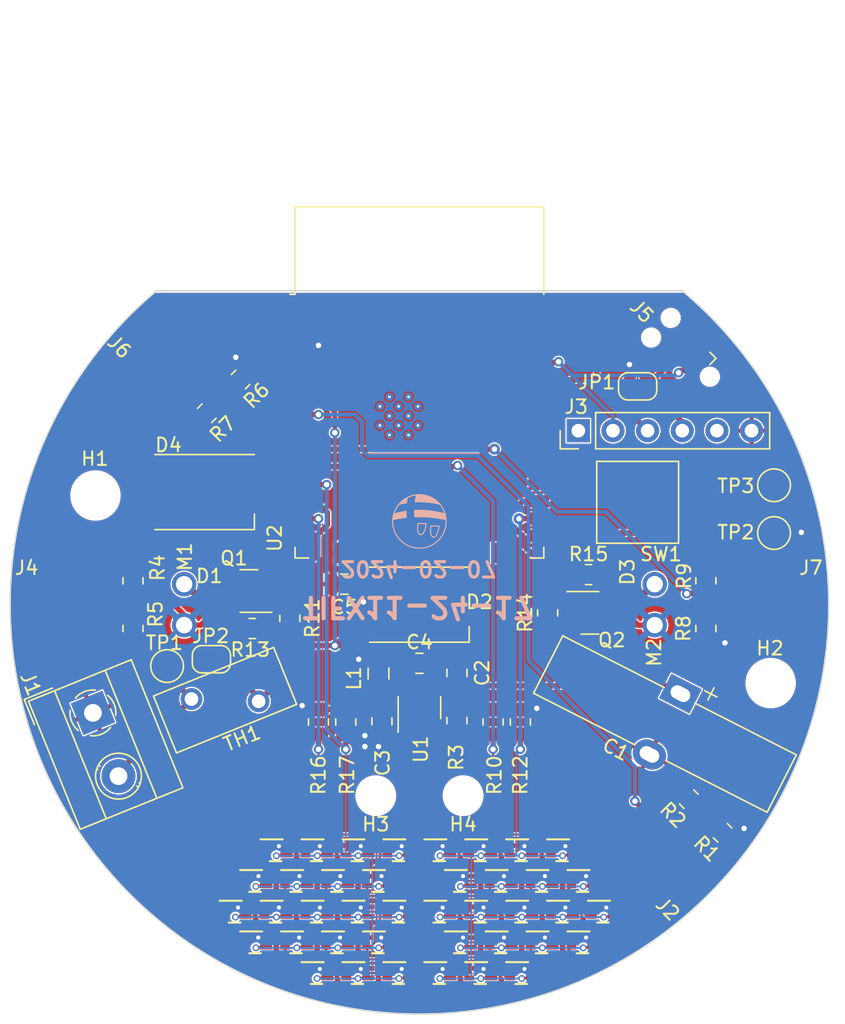
<source format=kicad_pcb>
(kicad_pcb (version 20240108) (generator "pcbnew") (generator_version "8.0")
  (layers (0 "F.Cu" signal) (31 "B.Cu" signal) (34 "B.Paste" user) (35 "F.Paste" user) (36 "B.SilkS" user "B.Silkscreen") (37 "F.SilkS" user "F.Silkscreen") (38 "B.Mask" user) (39 "F.Mask" user) (44 "Edge.Cuts" user))
  (net 0 "")
  (net 1 "+3V3")
  (net 2 "GND")
  (net 3 "Net-(D1-A)")
  (net 5 "BUMPER1")
  (net 6 "BUMPER2")
  (net 7 "BUMPER3")
  (net 8 "BUMPER4")
  (net 11 "PROG_RX")
  (net 12 "PROG_TX")
  (net 13 "Net-(Q1-G)")
  (net 14 "Net-(Q2-G)")
  (net 15 "MOTOR1")
  (net 16 "MOTOR2")
  (net 17 "SDA1")
  (net 18 "SCL1")
  (net 19 "SDA2")
  (net 20 "SCL2")
  (net 21 "Net-(U1-SW)")
  (net 22 "Net-(U1-BST)")
  (net 23 "Net-(D3-A)")
  (net 25 "Net-(J3-Pin_4)")
  (net 29 "Net-(U2-IO0)")
  (net 30 "COMS_LED_DATA")
  (net 45 "STATUS_LED_DATA")
  (net 48 "VCC")
  (net 49 "Net-(J1-Pin_2)")
  (footprint "Resistor_SMD:R_0805_2012Metric" (layer "F.Cu") (at 129 98.25 -90)
    (property "Reference" "R4")
    (property "Value" "10k")
  )
  (footprint "Resistor_SMD:R_0805_2012Metric" (layer "F.Cu") (at 140.5 101 -90)
    (property "Reference" "R11")
    (property "Value" "10k")
  )
  (footprint "personal:SMD_L3328_VIS_better" (layer "F.Cu") (at 159 120.25)
    (property "Reference" "U17" (hide yes))
    (property "Value" "VEML3328")
  )
  (footprint "personal:4x7.5 pad" (layer "F.Cu") (at 176 100 -90)
    (property "Reference" "J7")
    (property "Value" "BUMPER4")
  )
  (footprint "personal:SMD_L3328_VIS_better" (layer "F.Cu") (at 144 124.75)
    (property "Reference" "U40" (hide yes))
    (property "Value" "VEML3328")
  )
  (footprint "Resistor_SMD:R_0805_2012Metric" (layer "F.Cu") (at 144.6 108.6 -90)
    (property "Reference" "R17")
    (property "Value" "2.2k")
  )
  (footprint "Capacitor_SMD:C_0805_2012Metric" (layer "F.Cu") (at 147.25 108.55 90)
    (property "Reference" "C3")
    (property "Value" "22u")
  )
  (footprint "personal:SMD_L3328_VIS_better" (layer "F.Cu") (at 142.5 118)
    (property "Reference" "U30" (hide yes))
    (property "Value" "VEML3328")
  )
  (footprint "Resistor_SMD:R_0805_2012Metric" (layer "F.Cu") (at 142.6 108.6 -90)
    (property "Reference" "R16")
    (property "Value" "2.2k")
  )
  (footprint "Jumper:SolderJumper-2_P1.3mm_Open_RoundedPad1.0x1.5mm" (layer "F.Cu") (at 134.75 104 180)
    (property "Reference" "JP2")
    (property "Value" "NTC bypass")
  )
  (footprint "Jumper:SolderJumper-2_P1.3mm_Bridged_RoundedPad1.0x1.5mm" (layer "F.Cu") (at 166 84 180)
    (property "Reference" "JP1")
    (property "Value" "Programmer power")
  )
  (footprint "Connector:Tag-Connect_TC2030-IDC-NL_2x03_P1.27mm_Vertical" (layer "F.Cu") (at 169.5 81.5 135)
    (property "Reference" "J5")
    (property "Value" "Tag-Connect header")
  )
  (footprint "personal:SMD_L3328_VIS_better" (layer "F.Cu") (at 145.5 118)
    (property "Reference" "U36" (hide yes))
    (property "Value" "VEML3328")
  )
  (footprint "personal:SMD_L3328_VIS_better" (layer "F.Cu") (at 162 124.75)
    (property "Reference" "U15" (hide yes))
    (property "Value" "VEML3328")
  )
  (footprint "Resistor_SMD:R_0805_2012Metric" (layer "F.Cu") (at 152.75 108.5 -90)
    (property "Reference" "R3")
    (property "Value" "2.2k")
  )
  (footprint "Resistor_SMD:R_0805_2012Metric" (layer "F.Cu") (at 169.75 114.25 135)
    (property "Reference" "R2")
    (property "Value" "10k")
  )
  (footprint "MountingHole:MountingHole_3.2mm_M3" (layer "F.Cu") (at 175.75 105.75)
    (property "Reference" "H2")
    (property "Value" "Mounting hole")
  )
  (footprint "Resistor_SMD:R_0805_2012Metric" (layer "F.Cu") (at 137.75 101.75 180)
    (property "Reference" "R13")
    (property "Value" "100")
  )
  (footprint "personal:SMD_L3328_VIS_better" (layer "F.Cu") (at 147 124.75)
    (property "Reference" "U35" (hide yes))
    (property "Value" "VEML3328")
  )
  (footprint "personal:PMDE_diode" (layer "F.Cu") (at 165.25 100 180)
    (property "Reference" "D3")
    (property "Value" "D")
  )
  (footprint "personal:SMD_L3328_VIS_better" (layer "F.Cu") (at 145.5 122.5)
    (property "Reference" "U23" (hide yes))
    (property "Value" "VEML3328")
  )
  (footprint "Resistor_SMD:R_0805_2012Metric" (layer "F.Cu") (at 171 98.25 90)
    (property "Reference" "R9")
    (property "Value" "10k")
  )
  (footprint "personal:SMD_L3328_VIS_better" (layer "F.Cu") (at 154.5 118)
    (property "Reference" "U10" (hide yes))
    (property "Value" "VEML3328")
  )
  (footprint "MountingHole:MountingHole_2.5mm" (layer "F.Cu") (at 146.8 114)
    (property "Reference" "H3")
    (property "Value" "Lens alignment hole")
  )
  (footprint "Resistor_SMD:R_0805_2012Metric" (layer "F.Cu") (at 172.224874 116.724874 135)
    (property "Reference" "R1")
    (property "Value" "10k")
  )
  (footprint "personal:SMD_L3328_VIS_better" (layer "F.Cu") (at 151.5 118)
    (property "Reference" "U4" (hide yes))
    (property "Value" "VEML3328")
  )
  (footprint "personal:L_0806_2016Metric" (layer "F.Cu") (at 147 105.05 -90)
    (property "Reference" "L1")
    (property "Value" "4.7u")
  )
  (footprint "RF_Module:ESP32-WROOM-32D" (layer "F.Cu") (at 150 86.7)
    (property "Reference" "U2")
    (property "Value" "ESP32-WROOM-32E")
  )
  (footprint "personal:SMD_L3328_VIS_better" (layer "F.Cu") (at 163.5 122.5)
    (property "Reference" "U12" (hide yes))
    (property "Value" "VEML3328")
  )
  (footprint "personal:SMD_L3328_VIS_better" (layer "F.Cu") (at 144 120.25)
    (property "Reference" "U37" (hide yes))
    (property "Value" "VEML3328")
  )
  (footprint "Resistor_SMD:R_0805_2012Metric" (layer "F.Cu") (at 157.4 108.6 -90)
    (property "Reference" "R12")
    (property "Value" "2.2k")
  )
  (footprint "personal:SMD_L3328_VIS_better" (layer "F.Cu") (at 151.5 122.5)
    (property "Reference" "U7" (hide yes))
    (property "Value" "VEML3328")
  )
  (footprint "personal:4x7.5 pad" (layer "F.Cu") (at 124 100 90)
    (property "Reference" "J4")
    (property "Value" "BUMPER2")
  )
  (footprint "personal:SMD_L3328_VIS_better" (layer "F.Cu") (at 148.5 118)
    (property "Reference" "U26" (hide yes))
    (property "Value" "VEML3328")
  )
  (footprint "personal:SMD_L3328_VIS_better" (layer "F.Cu") (at 141 120.25)
    (property "Reference" "U31" (hide yes))
    (property "Value" "VEML3328")
  )
  (footprint "Capacitor_SMD:C_0805_2012Metric" (layer "F.Cu") (at 144.5 98.5 180)
    (property "Reference" "C5")
    (property "Value" "100n")
  )
  (footprint "Resistor_SMD:R_0805_2012Metric" (layer "F.Cu") (at 159.4 100.6 90)
    (property "Reference" "R14")
    (property "Value" "10k")
  )
  (footprint "personal:SMD_L3328_VIS_better" (layer "F.Cu") (at 156 124.75)
    (property "Reference" "U14" (hide yes))
    (property "Value" "VEML3328")
  )
  (footprint "personal:SMD_L3328_VIS_better" (layer "F.Cu") (at 156 120.25)
    (property "Reference" "U11" (hide yes))
    (property "Value" "VEML3328")
  )
  (footprint "personal:PMDE_diode" (layer "F.Cu") (at 134.75 100 180)
    (property "Reference" "D1")
    (property "Value" "D")
  )
  (footprint "personal:SMD_L3328_VIS_better" (layer "F.Cu") (at 145.5 127)
    (property "Reference" "U41" (hide yes))
    (property "Value" "VEML3328")
  )
  (footprint "personal:SMD_L3328_VIS_better" (layer "F.Cu") (at 142.5 127)
    (property "Reference" "U38" (hide yes))
    (property "Value" "VEML3328")
  )
  (footprint "Capacitor_SMD:C_0805_2012Metric" (layer "F.Cu") (at 150 104.3 180)
    (property "Reference" "C4")
    (property "Value" "100n")
  )
  (footprint "Capacitor_THT:DX_5R5VxxxxU_D19.0mm_P5.00mm" (layer "F.Cu") (at 169.134976 106.522484 -27)
    (property "Reference" "C1")
    (property "Value" "1")
  )
  (footprint "TestPoint:TestPoint_Pad_D2.0mm" (layer "F.Cu") (at 176 91.25)
    (property "Reference" "TP3")
    (property "Value" "TestPoint")
  )
  (footprint "personal:SMD_L3328_VIS_better" (layer "F.Cu") (at 138 120.25)
    (property "Reference" "U25" (hide yes))
    (property "Value" "VEML3328")
  )
  (footprint "personal:SMD_L3328_VIS_better" (layer "F.Cu") (at 148.5 127)
    (property "Reference" "U42" (hide yes))
    (property "Value" "VEML3328")
  )
  (footprint "personal:SMD_L3328_VIS_better" (layer "F.Cu") (at 147 120.25)
    (property "Reference" "U29" (hide yes))
    (property "Value" "VEML3328")
  )
  (footprint "personal:SMD_L3328_VIS_better" (layer "F.Cu") (at 138 124.75)
    (property "Reference" "U28" (hide yes))
    (property "Value" "VEML3328")
  )
  (footprint "Package_TO_SOT_SMD:TSOT-23-6" (layer "F.Cu") (at 150 107.55 90)
    (property "Reference" "U1")
    (property "Value" "AP63203WU")
  )
  (footprint "personal:SMD_L3328_VIS_better" (layer "F.Cu") (at 157.5 122.5)
    (property "Reference" "U19" (hide yes))
    (property "Value" "VEML3328")
  )
  (footprint "TerminalBlock_MetzConnect:TerminalBlock_MetzConnect_Type055_RT01502HDWU_1x02_P5.00mm_Horizontal" (layer "F.Cu") (at 126.063484 107.93204 -68)
    (property "Reference" "J1")
    (property "Value" "Power in")
  )
  (footprint "personal:motor 3932153" (layer "F.Cu") (at 167.25 100 90)
    (property "Reference" "M2")
    (property "Value" "Vibration motor")
  )
  (footprint "Resistor_SMD:R_0805_2012Metric" (layer "F.Cu") (at 155.4 108.6 -90)
    (property "Reference" "R10")
    (property "Value" "2.2k")
  )
  (footprint "Resistor_SMD:R_0805_2012Metric" (layer "F.Cu") (at 129 101.75 -90)
    (property "Reference" "R5")
    (property "Value" "10k")
  )
  (footprint "personal:SMD_L3328_VIS_better" (layer "F.Cu") (at 153 124.75)
    (property "Reference" "U8" (hide yes))
    (property "Value" "VEML3328")
  )
  (footprint "personal:SMD_L3328_VIS_better" (layer "F.Cu") (at 162 120.25)
    (property "Reference" "U9" (hide yes))
    (property "Value" "VEML3328")
  )
  (footprint "personal:switch 2610956" (layer "F.Cu") (at 166 92.5 90)
    (property "Reference" "SW1")
    (property "Value" "Boot Select")
  )
  (footprint "Resistor_SMD:R_0805_2012Metric" (layer "F.Cu") (at 134.415292 85.97297 -135)
    (property "Reference" "R7")
    (property "Value" "10k")
  )
  (footprint "personal:SMD_L3328_VIS_better" (layer "F.Cu") (at 157.5 118)
    (property "Reference" "U16" (hide yes))
    (property "Value" "VEML3328")
  )
  (footprint "personal:SMD_L3328_VIS_better" (layer "F.Cu") (at 148.5 122.5)
    (property "Reference" "U32" (hide yes))
    (property "Value" "VEML3328")
  )
  (footprint "personal:SMD_L3328_VIS_better" (layer "F.Cu") (at 141 124.75)
    (property "Reference" "U34" (hide yes))
    (property "Value" "VEML3328")
  )
  (footprint "Package_TO_SOT_SMD:SOT-23" (layer "F.Cu") (at 162.5 100.6)
    (property "Reference" "Q2")
    (property "Value" "NMOS")
  )
  (footprint "personal:SMD_L3328_VIS_better" (layer "F.Cu") (at 154.5 127)
    (property "Reference" "U21" (hide yes))
    (property "Value" "VEML3328")
  )
  (footprint "MountingHole:MountingHole_3.2mm_M3" (layer "F.Cu") (at 126.25 92)
    (property "Reference" "H1")
    (property "Value" "Mounting hole")
  )
  (footprint "personal:4x7.5 pad" (layer "F.Cu") (at 168.25 118.25 -135)
    (property "Reference" "J2")
    (property "Value" "BUMPER1")
  )
  (footprint "personal:NTC_P5mm" (layer "F.Cu") (at 135.75 107 112)
    (property "Reference" "TH1")
    (property "Value" "5")
  )
  (footprint "personal:SMD_L3328_VIS_better" (layer "F.Cu") (at 139.5 122.5)
    (property "Reference" "U33" (hide yes))
    (property "Value" "VEML3328")
  )
  (footprint "personal:4x7.5 pad" (layer "F.Cu") (at 132.117194 81.2 45)
    (property "Reference" "J6")
    (property "Value" "BUMPER3")
  )
  (footprint "personal:SMD_L3328_VIS_better" (layer "F.Cu") (at 142.5 122.5)
    (property "Reference" "U39" (hide yes))
    (property "Value" "VEML3328")
  )
  (footprint "TestPoint:TestPoint_Pad_D2.0mm" (layer "F.Cu") (at 176 94.75)
    (property "Reference" "TP2")
    (property "Value" "TestPoint")
  )
  (footprint "personal:SMD_L3328_VIS_better" (layer "F.Cu") (at 157.5 127)
    (property "Reference" "U22" (hide yes))
    (property "Value" "VEML3328")
  )
  (footprint "Resistor_SMD:R_0805_2012Metric" (layer "F.Cu") (at 162.4 97.8)
    (property "Reference" "R15")
    (property "Value" "100")
  )
  (footprint "personal:SMD_L3328_VIS_better" (layer "F.Cu") (at 139.5 118)
    (property "Reference" "U24" (hide yes))
    (property "Value" "VEML3328")
  )
  (footprint "personal:SMD_L3328_VIS_better" (layer "F.Cu") (at 136.5 122.5)
    (property "Reference" "U27" (hide yes))
    (property "Value" "VEML3328")
  )
  (footprint "personal:SMD_L3328_VIS_better" (layer "F.Cu") (at 160.5 122.5)
    (property "Reference" "U3" (hide yes))
    (property "Value" "VEML3328")
  )
  (footprint "Package_TO_SOT_SMD:SOT-23" (layer "F.Cu") (at 137.5 99 180)
    (property "Reference" "Q1")
    (property "Value" "NMOS")
  )
  (footprint "personal:SMD_L3328_VIS_better" (layer "F.Cu") (at 160.5 118)
    (property "Reference" "U6" (hide yes))
    (property "Value" "VEML3328")
  )
  (footprint "MountingHole:MountingHole_2.5mm" (layer "F.Cu") (at 153.2 114)
    (property "Reference" "H4")
    (property "Value" "Lens alignment hole")
  )
  (footprint "LED_SMD:LED_SK6812_PLCC4_5.0x5.0mm_P3.2mm" (layer "F.Cu") (at 134.25 91.75)
    (property "Reference" "D4")
    (property "Value" "Status LED")
  )
  (footprint "personal:SMD_L3328_VIS_better" (layer "F.Cu") (at 153 120.25)
    (property "Reference" "U5" (hide yes))
    (property "Value" "VEML3328")
  )
  (footprint "personal:motor 3932153" (layer "F.Cu") (at 132.75 100 90)
    (property "Reference" "M1")
    (property "Value" "Vibration motor")
  )
  (footprint "Resistor_SMD:R_0805_2012Metric" (layer "F.Cu") (at 136.890166 83.498096 -135)
    (property "Reference" "R6")
    (property "Value" "10k")
  )
  (footprint "Resistor_SMD:R_0805_2012Metric" (layer "F.Cu") (at 171 101.75 90)
    (property "Reference" "R8")
    (property "Value" "10k")
  )
  (footprint "Capacitor_SMD:C_0805_2012Metric" (layer "F.Cu") (at 152.75 105 90)
    (property "Reference" "C2")
    (property "Value" "10u")
  )
  (footprint "personal:SMD_L3328_VIS_better" (layer "F.Cu") (at 159 124.75)
    (property "Reference" "U20" (hide yes))
    (property "Value" "VEML3328")
  )
  (footprint "personal:SMD_L3328_VIS_better" (layer "F.Cu") (at 154.5 122.5)
    (property "Reference" "U13" (hide yes))
    (property "Value" "VEML3328")
  )
  (footprint "TestPoint:TestPoint_Pad_D2.0mm" (layer "F.Cu") (at 131.5 104.5)
    (property "Reference" "TP1")
    (property "Value" "TestPoint")
  )
  (footprint "personal:SMD_L3328_VIS_better" (layer "F.Cu") (at 151.5 127)
    (property "Reference" "U18" (hide yes))
    (property "Value" "VEML3328")
  )
  (footprint "LED_SMD:LED_SK6812_PLCC4_5.0x5.0mm_P3.2mm" (layer "F.Cu") (at 150 100)
    (property "Reference" "D2")
    (property "Value" "Coms LED")
  )
  (footprint "Connector_PinHeader_2.54mm:PinHeader_1x06_P2.54mm_Vertical" (layer "F.Cu") (at 161.65 87.25 90)
    (property "Reference" "J3")
    (property "Value" "Programming header")
  )
  (footprint "personal:me_4mm_silkscreen" (layer "B.Cu") (at 150 93.9)
    (property "Reference" "G***" (hide yes))
    (property "Value" "LOGO" (hide yes))
  )
  (gr_line (start 169.26136 77) (end 130.73864 77) (stroke (width 0.1)) (layer "Edge.Cuts"))
  (gr_arc (start 169.26136 77) (mid 150 129.999996) (end 130.73864 77) (stroke (width 0.1)) (layer "Edge.Cuts"))
  (gr_text "2024-02-07" (at 144.096481 96.7 180) (layer "B.SilkS") (effects (font (size 1.125 1.125) (thickness 0.225) (bold yes)) (justify left bottom mirror)))
  (gr_text "TIFX11-24-17" (at 141.271484 99.3 180) (layer "B.SilkS") (effects (font (size 1.5 1.5) (thickness 0.3) (bold yes)) (justify left bottom mirror)))
  (segment (start 154.749999 126.650001) (end 154.7 126.7) (width 0.15) (layer "F.Cu") (net 1))
  (segment (start 137.535399 82.852862) (end 136.55429 81.871751) (width 0.4) (layer "F.Cu") (net 1))
  (segment (start 149.337499 126.650001) (end 148.749999 126.650001) (width 0.15) (layer "F.Cu") (net 1))
  (segment (start 141.25 79.72) (end 141.25 80.99) (width 0.4) (layer "F.Cu") (net 1))
  (segment (start 158.337499 126.650001) (end 157.749999 126.650001) (width 0.15) (layer "F.Cu") (net 1))
  (segment (start 151.749999 126.650001) (end 151.7 126.7) (width 0.15) (layer "F.Cu") (net 1))
  (segment (start 153.837499 124.400001) (end 153.2 124.4) (width 0.15) (layer "F.Cu") (net 1))
  (segment (start 161.337499 117.650001) (end 160.749999 117.650001) (width 0.15) (layer "F.Cu") (net 1))
  (segment (start 158.337499 122.150001) (end 157.749999 122.150001) (width 0.15) (layer "F.Cu") (net 1))
  (segment (start 143.337499 122.150001) (end 142.749999 122.150001) (width 0.15) (layer "F.Cu") (net 1))
  (segment (start 145.749999 117.650001) (end 145.7 117.7) (width 0.15) (layer "F.Cu") (net 1))
  (segment (start 146.337499 117.650001) (end 145.749999 117.650001) (width 0.15) (layer "F.Cu") (net 1))
  (segment (start 146 110.4) (end 147 110.4) (width 0.4) (layer "F.Cu") (net 1))
  (segment (start 163.749999 122.150001) (end 163.7 122.2) (width 0.15) (layer "F.Cu") (net 1))
  (segment (start 138.818749 124.4) (end 138.18125 124.399999) (width 0.15) (layer "F.Cu") (net 1))
  (segment (start 158.5125 107.6875) (end 158.6 107.6) (width 0.4) (layer "F.Cu") (net 1))
  (segment (start 147.837499 124.400001) (end 147.2 124.4) (width 0.15) (layer "F.Cu") (net 1))
  (segment (start 162.856249 119.900002) (end 162.21875 119.900001) (width 0.15) (layer "F.Cu") (net 1))
  (segment (start 147 109.75) (end 147 110.4) (width 0.4) (layer "F.Cu") (net 1))
  (segment (start 140.337499 122.150001) (end 139.749999 122.150001) (width 0.15) (layer "F.Cu") (net 1))
  (segment (start 145.749999 122.150001) (end 145.7 122.2) (width 0.15) (layer "F.Cu") (net 1))
  (segment (start 162.856249 124.400002) (end 162.21875 124.400001) (width 0.15) (layer "F.Cu") (net 1))
  (segment (start 141.25 80.99) (end 142.59 80.99) (width 0.4) (layer "F.Cu") (net 1))
  (segment (start 140.337499 117.650001) (end 139.749999 117.650001) (width 0.15) (layer "F.Cu") (net 1))
  (segment (start 144.818749 124.4) (end 144.18125 124.399999) (width 0.15) (layer "F.Cu") (net 1))
  (segment (start 144.6 107.6875) (end 142.6 107.6875) (width 0.4) (layer "F.Cu") (net 1))
  (segment (start 159.837499 119.900001) (end 159.2 119.9) (width 0.15) (layer "F.Cu") (net 1))
  (segment (start 141.818749 124.4) (end 141.18125 124.399999) (width 0.15) (layer "F.Cu") (net 1))
  (segment (start 139.749999 117.650001) (end 139.7 117.7) (width 0.15) (layer "F.Cu") (net 1))
  (segment (start 155.337499 126.650001) (end 154.749999 126.650001) (width 0.15) (layer "F.Cu") (net 1))
  (segment (start 154.749999 122.150001) (end 154.7 122.2) (width 0.15) (layer "F.Cu") (net 1))
  (segment (start 129.3375 97.3375) (end 129 97.3375) (width 0.4) (layer "F.Cu") (net 1))
  (segment (start 157.749999 126.650001) (end 157.7 126.7) (width 0.15) (layer "F.Cu") (net 1))
  (segment (start 142.749999 117.650001) (end 142.7 117.7) (width 0.15) (layer "F.Cu") (net 1))
  (segment (start 136.749999 122.150001) (end 136.7 122.2) (width 0.15) (layer "F.Cu") (net 1))
  (segment (start 149.337499 122.150001) (end 148.749999 122.150001) (width 0.15) (layer "F.Cu") (net 1))
  (segment (start 156.837499 124.400001) (end 156.2 124.4) (width 0.15) (layer "F.Cu") (net 1))
  (segment (start 161.337499 122.150001) (end 160.749999 122.150001) (width 0.15) (layer "F.Cu") (net 1))
  (segment (start 142.749999 122.150001) (end 142.7 122.2) (width 0.15) (layer "F.Cu") (net 1))
  (segment (start 157.4 107.6875) (end 158.5125 107.6875) (width 0.4) (layer "F.Cu") (net 1))
  (segment (start 155.337499 117.650001) (end 154.749999 117.650001) (width 0.15) (layer "F.Cu") (net 1))
  (segment (start 152.337499 122.150001) (end 151.749999 122.150001) (width 0.15) (layer "F.Cu") (net 1))
  (segment (start 159.837499 124.400001) (end 159.2 124.4) (width 0.15) (layer "F.Cu") (net 1))
  (segment (start 154.749999 117.650001) (end 154.7 117.7) (width 0.15) (layer "F.Cu") (net 1))
  (segment (start 132.75 101.5) (end 133.975 101.5) (width 0.4) (layer "F.Cu") (net 1))
  (segment (start 145.5625 103.9875) (end 145.55 104) (width 0.4) (layer "F.Cu") (net 1))
  (segment (start 137.337499 122.150001) (end 136.749999 122.150001) (width 0.15) (layer "F.Cu") (net 1))
  (segment (start 145.45 99.35) (end 145.9 99.8) (width 0.4) (layer "F.Cu") (net 1))
  (segment (start 151.749999 122.150001) (end 151.7 122.2) (width 0.15) (layer "F.Cu") (net 1))
  (segment (start 146 109.6) (end 146 110.4) (width 0.4) (layer "F.Cu") (net 1))
  (segment (start 172.870109 117.370109) (end 172.870109 117.329891) (width 0.3) (layer "F.Cu") (net 1))
  (segment (start 136.55429 81.871751) (end 136.536613 81.871752) (width 0.4) (layer "F.Cu") (net 1))
  (segment (start 164.337499 122.150001) (end 163.749999 122.150001) (width 0.15) (layer "F.Cu") (net 1))
  (segment (start 143.337499 117.650001) (end 142.749999 117.650001) (width 0.15) (layer "F.Cu") (net 1))
  (segment (start 139.749999 122.150001) (end 139.7 122.2) (width 0.15) (layer "F.Cu") (net 1))
  (segment (start 142.59 80.99) (end 142.6 81) (width 0.4) (layer "F.Cu") (net 1))
  (segment (start 152.337499 126.650001) (end 151.749999 126.650001) (width 0.15) (layer "F.Cu") (net 1))
  (segment (start 143.337499 126.650001) (end 142.749999 126.650001) (width 0.15) (layer "F.Cu") (net 1))
  (segment (start 153.837499 119.900001) (end 153.2 119.9) (width 0.15) (layer "F.Cu") (net 1))
  (segment (start 146.1 109.5) (end 146 109.6) (width 0.4) (layer "F.Cu") (net 1))
  (segment (start 166.025 101.5) (end 167.25 101.5) (width 0.4) (layer "F.Cu") (net 1))
  (segment (start 157.749999 117.650001) (end 157.7 117.7) (width 0.15) (layer "F.Cu") (net 1))
  (segment (start 149.337499 117.650001) (end 148.749999 117.650001) (width 0.15) (layer "F.Cu") (net 1))
  (segment (start 152.337499 117.650001) (end 151.749999 117.650001) (width 0.15) (layer "F.Cu") (net 1))
  (segment (start 132.75 100.75) (end 129.3375 97.3375) (width 0.4) (layer "F.Cu") (net 1))
  (segment (start 155.337499 122.150001) (end 154.749999 122.150001) (width 0.15) (layer "F.Cu") (net 1))
  (segment (start 176 94.75) (end 177.95 94.75) (width 0.4) (layer "F.Cu") (net 1))
  (segment (start 147.25 109.5) (end 146.1 109.5) (width 0.4) (layer "F.Cu") (net 1))
  (segment (start 156.837499 119.900001) (end 156.2 119.9) (width 0.15) (layer "F.Cu") (net 1))
  (segment (start 151.749999 117.650001) (end 151.7 117.7) (width 0.15) (layer "F.Cu") (net 1))
  (segment (start 132.75 101.5) (end 132.75 100.75) (width 0.4) (layer "F.Cu") (net 1))
  (segment (start 157.749999 122.150001) (end 157.7 122.2) (width 0.15) (layer "F.Cu") (net 1))
  (segment (start 141.837499 119.900001) (end 141.2 119.9) (width 0.15) (layer "F.Cu") (net 1))
  (segment (start 145.749999 126.650001) (end 145.7 126.7) (width 0.15) (layer "F.Cu") (net 1))
  (segment (start 177.95 94.75) (end 178 94.7) (width 0.4) (layer "F.Cu") (net 1))
  (segment (start 147 103.9875) (end 145.5625 103.9875) (width 0.4) (layer "F.Cu") (net 1))
  (segment (start 146.337499 126.650001) (end 145.749999 126.650001) (width 0.15) (layer "F.Cu") (net 1))
  (segment (start 165.25 100.725) (end 166.025 101.5) (width 0.4) (layer "F.Cu") (net 1))
  (segment (start 158.337499 117.650001) (end 157.749999 117.650001) (width 0.15) (layer "F.Cu") (net 1))
  (segment (start 147.856249 119.900002) (end 147.21875 119.900001) (width 0.15) (layer "F.Cu") (net 1))
  (segment (start 148.749999 122.150001) (end 148.7 122.2) (width 0.15) (layer "F.Cu") (net 1))
  (segment (start 133.975 101.5) (end 134.75 100.725) (width 0.4) (layer "F.Cu") (net 1))
  (segment (start 165.35 82.45) (end 165.4 82.4) (width 0.4) (layer "F.Cu") (net 1))
  (segment (start 142.6 107.6875) (end 141.6875 107.6875) (width 0.4) (layer "F.Cu") (net 1))
  (segment (start 146.337499 122.150001) (end 145.749999 122.150001) (width 0.15) (layer "F.Cu") (net 1))
  (segment (start 141.6875 107.6875) (end 141.4 107.4) (width 0.4) (layer "F.Cu") (net 1))
  (segment (start 155.4 107.6875) (end 157.4 107.6875) (width 0.4) (layer "F.Cu") (net 1))
  (segment (start 165.35 84) (end 165.35 82.45) (width 0.4) (layer "F.Cu") (net 1))
  (segment (start 138.837499 119.900001) (end 138.2 119.9) (width 0.15) (layer "F.Cu") (net 1))
  (segment (start 145.45 98.5) (end 145.45 99.35) (width 0.4) (layer "F.Cu") (net 1))
  (segment (start 160.749999 122.150001) (end 160.7 122.2) (width 0.15) (layer "F.Cu") (net 1))
  (segment (start 172.870109 117.329891) (end 173.8 116.4) (width 0.3) (layer "F.Cu") (net 1))
  (segment (start 147.25 109.5) (end 148.2375 109.5) (width 0.4) (layer "F.Cu") (net 1))
  (segment (start 171 102.6625) (end 172.2625 102.6625) (width 0.4) (layer "F.Cu") (net 1))
  (segment (start 148.2375 109.5) (end 149.05 108.6875) (width 0.4) (layer "F.Cu") (net 1))
  (segment (start 147.25 109.5) (end 147 109.75) (width 0.4) (layer "F.Cu") (net 1))
  (segment (start 172.2625 102.6625) (end 172.4 102.8) (width 0.4) (layer "F.Cu") (net 1))
  (segment (start 148.749999 117.650001) (end 148.7 117.7) (width 0.15) (layer "F.Cu") (net 1))
  (segment (start 160.749999 117.650001) (end 160.7 117.7) (width 0.15) (layer "F.Cu") (net 1))
  (segment (start 144.837499 119.900001) (end 144.2 119.9) (width 0.15) (layer "F.Cu") (net 1))
  (via (at 147.21875 119.900001) (size 0.5) (drill 0.3) (layers "F.Cu" "B.Cu") (net 1))
  (via (at 148.7 117.7) (size 0.5) (drill 0.3) (layers "F.Cu" "B.Cu") (net 1))
  (via (at 154.7 122.2) (size 0.5) (drill 0.3) (layers "F.Cu" "B.Cu") (net 1))
  (via (at 146 109.6) (size 0.7) (drill 0.4) (layers "F.Cu" "B.Cu") (net 1))
  (via (at 151.7 122.2) (size 0.5) (drill 0.3) (layers "F.Cu" "B.Cu") (net 1))
  (via (at 153.2 119.9) (size 0.5) (drill 0.3) (layers "F.Cu" "B.Cu") (net 1))
  (via (at 162.21875 124.400001) (size 0.5) (drill 0.3) (layers "F.Cu" "B.Cu") (net 1))
  (via (at 145.9 99.8) (size 0.7) (drill 0.4) (layers "F.Cu" "B.Cu") (net 1))
  (via (at 142.7 122.2) (size 0.5) (drill 0.3) (layers "F.Cu" "B.Cu") (net 1))
  (via (at 173.8 116.4) (size 0.7) (drill 0.4) (layers "F.Cu" "B.Cu") (net 1))
  (via (at 148.7 122.2) (size 0.5) (drill 0.3) (layers "F.Cu" "B.Cu") (net 1))
  (via (at 142.7 117.7) (size 0.5) (drill 0.3) (layers "F.Cu" "B.Cu") (net 1))
  (via (at 136.536613 81.871752) (size 0.7) (drill 0.4) (layers "F.Cu" "B.Cu") (net 1))
  (via (at 139.7 117.7) (size 0.5) (drill 0.3) (layers "F.Cu" "B.Cu") (net 1))
  (via (at 156.2 119.9) (size 0.5) (drill 0.3) (layers "F.Cu" "B.Cu") (net 1))
  (via (at 160.7 122.2) (size 0.5) (drill 0.3) (layers "F.Cu" "B.Cu") (net 1))
  (via (at 154.7 126.7) (size 0.5) (drill 0.3) (layers "F.Cu" "B.Cu") (net 1))
  (via (at 145.55 104) (size 0.7) (drill 0.4) (layers "F.Cu" "B.Cu") (net 1))
  (via (at 159.2 124.4) (size 0.5) (drill 0.3) (layers "F.Cu" "B.Cu") (net 1))
  (via (at 145.7 126.7) (size 0.5) (drill 0.3) (layers "F.Cu" "B.Cu") (net 1))
  (via (at 154.7 117.7) (size 0.5) (drill 0.3) (layers "F.Cu" "B.Cu") (net 1))
  (via (at 145.7 117.7) (size 0.5) (drill 0.3) (layers "F.Cu" "B.Cu") (net 1))
  (via (at 178 94.7) (size 0.7) (drill 0.4) (layers "F.Cu" "B.Cu") (net 1))
  (via (at 138.18125 124.399999) (size 0.5) (drill 0.3) (layers "F.Cu" "B.Cu") (net 1))
  (via (at 163.7 122.2) (size 0.5) (drill 0.3) (layers "F.Cu" "B.Cu") (net 1))
  (via (at 147 110.4) (size 0.7) (drill 0.4) (layers "F.Cu" "B.Cu") (net 1))
  (via (at 165.4 82.4) (size 0.7) (drill 0.4) (layers "F.Cu" "B.Cu") (net 1))
  (via (at 151.7 117.7) (size 0.5) (drill 0.3) (layers "F.Cu" "B.Cu") (net 1))
  (via (at 141.4 107.4) (size 0.7) (drill 0.4) (layers "F.Cu" "B.Cu") (net 1))
  (via (at 145.7 122.2) (size 0.5) (drill 0.3) (layers "F.Cu" "B.Cu") (net 1))
  (via (at 157.7 122.2) (size 0.5) (drill 0.3) (layers "F.Cu" "B.Cu") (net 1))
  (via (at 144.18125 124.399999) (size 0.5) (drill 0.3) (layers "F.Cu" "B.Cu") (net 1))
  (via (at 157.7 126.7) (size 0.5) (drill 0.3) (layers "F.Cu" "B.Cu") (net 1))
  (via (at 162.21875 119.900001) (size 0.5) (drill 0.3) (layers "F.Cu" "B.Cu") (net 1))
  (via (at 156.2 124.4) (size 0.5) (drill 0.3) (layers "F.Cu" "B.Cu") (net 1))
  (via (at 159.2 119.9) (size 0.5) (drill 0.3) (layers "F.Cu" "B.Cu") (net 1))
  (via (at 142.6 81) (size 0.7) (drill 0.4) (layers "F.Cu" "B.Cu") (net 1))
  (via (at 151.7 126.7) (size 0.5) (drill 0.3) (layers "F.Cu" "B.Cu") (net 1))
  (via (at 158.6 107.6) (size 0.7) (drill 0.4) (layers "F.Cu" "B.Cu") (net 1))
  (via (at 157.7 117.7) (size 0.5) (drill 0.3) (layers "F.Cu" "B.Cu") (net 1))
  (via (at 136.7 122.2) (size 0.5) (drill 0.3) (layers "F.Cu" "B.Cu") (net 1))
  (via (at 138.2 119.9) (size 0.5) (drill 0.3) (layers "F.Cu" "B.Cu") (net 1))
  (via (at 153.2 124.4) (size 0.5) (drill 0.3) (layers "F.Cu" "B.Cu") (net 1))
  (via (at 139.7 122.2) (size 0.5) (drill 0.3) (layers "F.Cu" "B.Cu") (net 1))
  (via (at 144.2 119.9) (size 0.5) (drill 0.3) (layers "F.Cu" "B.Cu") (net 1))
  (via (at 146 110.4) (size 0.7) (drill 0.4) (layers "F.Cu" "B.Cu") (net 1))
  (via (at 160.7 117.7) (size 0.5) (drill 0.3) (layers "F.Cu" "B.Cu") (net 1))
  (via (at 141.2 119.9) (size 0.5) (drill 0.3) (layers "F.Cu" "B.Cu") (net 1))
  (via (at 148.7 126.7) (size 0.5) (drill 0.3) (layers "F.Cu" "B.Cu") (net 1))
  (via (at 142.7 126.7) (size 0.5) (drill 0.3) (layers "F.Cu" "B.Cu") (net 1))
  (via (at 147.2 124.4) (size 0.5) (drill 0.3) (layers "F.Cu" "B.Cu") (net 1))
  (via (at 172.4 102.8) (size 0.7) (drill 0.4) (layers "F.Cu" "B.Cu") (net 1))
  (via (at 141.18125 124.399999) (size 0.5) (drill 0.3) (layers "F.Cu" "B.Cu") (net 1))
  (segment (start 133.35 99.1) (end 134.75 99.1) (width 0.4) (layer "F.Cu") (net 3))
  (segment (start 132.75 98.5) (end 133.35 99.1) (width 0.4) (layer "F.Cu") (net 3))
  (segment (start 134.85 99) (end 134.75 99.1) (width 0.4) (layer "F.Cu") (net 3))
  (segment (start 136.5625 99) (end 134.85 99) (width 0.4) (layer "F.Cu") (net 3))
  (segment (start 168.25 118.25) (end 168.25 116.85) (width 0.4) (layer "F.Cu") (net 5))
  (segment (start 142.6 86.07) (end 141.25 86.07) (width 0.4) (layer "F.Cu") (net 5))
  (segment (start 171.579639 116.079639) (end 171.579639 116.170361) (width 0.4) (layer "F.Cu") (net 5))
  (segment (start 169.5 118.25) (end 168.25 118.25) (width 0.4) (layer "F.Cu") (net 5))
  (segment (start 168.25 116.85) (end 165.8 114.4) (width 0.4) (layer "F.Cu") (net 5))
  (segment (start 171.579639 116.079639) (end 170.395235 114.895235) (width 0.4) (layer "F.Cu") (net 5))
  (segment (start 171.579639 116.170361) (end 169.5 118.25) (width 0.4) (layer "F.Cu") (net 5))
  (via (at 142.6 86.07) (size 0.7) (drill 0.4) (layers "F.Cu" "B.Cu") (net 5))
  (via (at 165.8 114.4) (size 0.7) (drill 0.4) (layers "F.Cu" "B.Cu") (net 5))
  (segment (start 165.8 111.893884) (end 165.8 114.4) (width 0.3) (layer "B.Cu") (net 5))
  (segment (start 158 104.093884) (end 165.8 111.893884) (width 0.3) (layer "B.Cu") (net 5))
  (segment (start 142.6 86.07) (end 145.27 86.07) (width 0.3) (layer "B.Cu") (net 5))
  (segment (start 158 92.8) (end 158 104.093884) (width 0.3) (layer "B.Cu") (net 5))
  (segment (start 145.8 88.65) (end 146.25 89.1) (width 0.3) (layer "B.Cu") (net 5))
  (segment (start 154.3 89.1) (end 158 92.8) (width 0.3) (layer "B.Cu") (net 5))
  (segment (start 145.8 86.6) (end 145.8 88.65) (width 0.3) (layer "B.Cu") (net 5))
  (segment (start 145.27 86.07) (end 145.8 86.6) (width 0.3) (layer "B.Cu") (net 5))
  (segment (start 146.25 89.1) (end 154.3 89.1) (width 0.3) (layer "B.Cu") (net 5))
  (segment (start 140.1 83.53) (end 139.75 83.88) (width 0.4) (layer "F.Cu") (net 6))
  (segment (start 124.8375 99.1625) (end 124 100) (width 0.4) (layer "F.Cu") (net 6))
  (segment (start 141.25 83.53) (end 140.1 83.53) (width 0.4) (layer "F.Cu") (net 6))
  (segment (start 124 99.25) (end 124 100) (width 0.4) (layer "F.Cu") (net 6))
  (segment (start 129 99.1625) (end 124.8375 99.1625) (width 0.4) (layer "F.Cu") (net 6))
  (segment (start 139.75 84.75) (end 136 88.5) (width 0.4) (layer "F.Cu") (net 6))
  (segment (start 130.8 88.5) (end 129.1 90.2) (width 0.4) (layer "F.Cu") (net 6))
  (segment (start 129.1 94.15) (end 124 99.25) (width 0.4) (layer "F.Cu") (net 6))
  (segment (start 136 88.5) (end 130.8 88.5) (width 0.4) (layer "F.Cu") (net 6))
  (segment (start 129 100.8375) (end 129 99.1625) (width 0.4) (layer "F.Cu") (net 6))
  (segment (start 139.75 83.88) (end 139.75 84.75) (width 0.4) (layer "F.Cu") (net 6))
  (segment (start 129.1 90.2) (end 129.1 94.15) (width 0.4) (layer "F.Cu") (net 6))
  (segment (start 138.256669 84.143331) (end 136.244931 84.143331) (width 0.4) (layer "F.Cu") (net 7))
  (segment (start 140.14 82.26) (end 138.256669 84.143331) (width 0.4) (layer "F.Cu") (net 7))
  (segment (start 136.244931 84.143332) (end 133.301599 81.199998) (width 0.4) (layer "F.Cu") (net 7))
  (segment (start 141.25 82.26) (end 140.14 82.26) (width 0.4) (layer "F.Cu") (net 7))
  (segment (start 135.060526 85.327735) (end 136.244931 84.143332) (width 0.4) (layer "F.Cu") (net 7))
  (segment (start 134.5875 81.8375) (end 133.75 81) (width 0.4) (layer "F.Cu") (net 7))
  (segment (start 155.49 88.61) (end 155.5 88.6) (width 0.4) (layer "F.Cu") (net 8))
  (segment (start 171 100.8375) (end 171 99.1625) (width 0.4) (layer "F.Cu") (net 8))
  (segment (start 169.6375 99.1625) (end 169.6 99.2) (width 0.4) (layer "F.Cu") (net 8))
  (segment (start 171 99.1625) (end 169.6375 99.1625) (width 0.4) (layer "F.Cu") (net 8))
  (segment (start 171 99.1625) (end 175.1625 99.1625) (width 0.4) (layer "F.Cu") (net 8))
  (segment (start 175.1625 99.1625) (end 176 100) (width 0.4) (layer "F.Cu") (net 8))
  (segment (start 141.25 88.61) (end 155.49 88.61) (width 0.4) (layer "F.Cu") (net 8))
  (via (at 155.5 88.6) (size 0.8) (drill 0.4) (layers "F.Cu" "B.Cu") (net 8))
  (via (at 169.6 99.2) (size 0.7) (drill 0.4) (layers "F.Cu" "B.Cu") (net 8))
  (segment (start 163.647057 93.2) (end 160.6 93.2) (width 0.3) (layer "B.Cu") (net 8))
  (segment (start 169.6 99.152943) (end 163.647057 93.2) (width 0.3) (layer "B.Cu") (net 8))
  (segment (start 160.1 93.2) (end 155.5 88.6) (width 0.3) (layer "B.Cu") (net 8))
  (segment (start 160.6 93.2) (end 160.1 93.2) (width 0.3) (layer "B.Cu") (net 8))
  (segment (start 169.6 99.2) (end 169.6 99.152943) (width 0.3) (layer "B.Cu") (net 8))
  (segment (start 158.75 82.26) (end 160.14 82.26) (width 0.4) (layer "F.Cu") (net 11))
  (segment (start 160.14 82.26) (end 160.2 82.2) (width 0.4) (layer "F.Cu") (net 11))
  (segment (start 169.949013 82.847038) (end 169.152962 82.847038) (width 0.4) (layer "F.Cu") (net 11))
  (segment (start 169.152962 82.847038) (end 169 83) (width 0.4) (layer "F.Cu") (net 11))
  (via (at 160.2 82.2) (size 0.7) (drill 0.4) (layers "F.Cu" "B.Cu") (net 11))
  (via (at 169 83) (size 0.7) (drill 0.4) (layers "F.Cu" "B.Cu") (net 11))
  (segment (start 168.8 83.2) (end 161.2 83.2) (width 0.3) (layer "B.Cu") (net 11))
  (segment (start 164.19 87.25) (end 164.19 86.19) (width 0.3) (layer "B.Cu") (net 11))
  (segment (start 169 83) (end 168.8 83.2) (width 0.3) (layer "B.Cu") (net 11))
  (segment (start 161.2 83.2) (end 160.2 82.2) (width 0.3) (layer "B.Cu") (net 11))
  (segment (start 164.19 86.19) (end 160.2 82.2) (width 0.3) (layer "B.Cu") (net 11))
  (segment (start 166.73 87.25) (end 163.01 83.53) (width 0.4) (layer "F.Cu") (net 12))
  (segment (start 167.75 77.75) (end 163.01 82.49) (width 0.4) (layer "F.Cu") (net 12))
  (segment (start 169.949013 78.449013) (end 169.25 77.75) (width 0.4) (layer "F.Cu") (net 12))
  (segment (start 163.01 83.53) (end 158.75 83.53) (width 0.4) (layer "F.Cu") (net 12))
  (segment (start 169.25 77.75) (end 167.75 77.75) (width 0.4) (layer "F.Cu") (net 12))
  (segment (start 163.01 82.49) (end 163.01 83.53) (width 0.4) (layer "F.Cu") (net 12))
  (segment (start 169.949013 81.050987) (end 169.949013 78.449013) (width 0.4) (layer "F.Cu") (net 12))
  (segment (start 138.4375 99.95) (end 136.8375 101.55) (width 0.4) (layer "F.Cu") (net 13))
  (segment (start 136.8375 101.55) (end 136.8375 101.75) (width 0.4) (layer "F.Cu") (net 13))
  (segment (start 162.55 99.65) (end 161.5625 99.65) (width 0.4) (layer "F.Cu") (net 14))
  (segment (start 163.3125 97.8) (end 163.3125 98.8875) (width 0.4) (layer "F.Cu") (net 14))
  (segment (start 163.3125 98.8875) (end 162.55 99.65) (width 0.4) (layer "F.Cu") (net 14))
  (segment (start 143.25 93.25) (end 142.42 92.42) (width 0.4) (layer "F.Cu") (net 15))
  (segment (start 140.3375 101.75) (end 140.5 101.9125) (width 0.4) (layer "F.Cu") (net 15))
  (segment (start 142.5 96.4) (end 142.5 94.9) (width 0.4) (layer "F.Cu") (net 15))
  (segment (start 142.5 94.9) (end 143.25 94.15) (width 0.4) (layer "F.Cu") (net 15))
  (segment (start 141.9 100.5125) (end 141.9 97) (width 0.4) (layer "F.Cu") (net 15))
  (segment (start 138.6625 101.75) (end 140.3375 101.75) (width 0.4) (layer "F.Cu") (net 15))
  (segment (start 140.5 101.9125) (end 141.9 100.5125) (width 0.4) (layer "F.Cu") (net 15))
  (segment (start 142.42 92.42) (end 141.25 92.42) (width 0.4) (layer "F.Cu") (net 15))
  (segment (start 143.25 94.15) (end 143.25 93.25) (width 0.4) (layer "F.Cu") (net 15))
  (segment (start 141.27 92.4) (end 141.25 92.42) (width 0.4) (layer "F.Cu") (net 15))
  (segment (start 141.9 97) (end 142.5 96.4) (width 0.4) (layer "F.Cu") (net 15))
  (segment (start 161.2875 97.8) (end 159.4 99.6875) (width 0.4) (layer "F.Cu") (net 16))
  (segment (start 159.79 97.8) (end 157.7 95.71) (width 0.4) (layer "F.Cu") (net 16))
  (segment (start 161.4875 97.8) (end 159.79 97.8) (width 0.4) (layer "F.Cu") (net 16))
  (segment (start 156.6 94) (end 156.6 93.4) (width 0.4) (layer "F.Cu") (net 16))
  (segment (start 157.7 95.1) (end 156.6 94) (width 0.4) (layer "F.Cu") (net 16))
  (segment (start 157.7 95.71) (end 157.7 95.1) (width 0.4) (layer "F.Cu") (net 16))
  (segment (start 156.6 93.4) (end 157.58 92.42) (width 0.4) (layer "F.Cu") (net 16))
  (segment (start 157.58 92.42) (end 158.75 92.42) (width 0.4) (layer "F.Cu") (net 16))
  (segment (start 161.4875 97.8) (end 161.2875 97.8) (width 0.4) (layer "F.Cu") (net 16))
  (segment (start 152.72 89.88) (end 141.25 89.88) (width 0.4) (layer "F.Cu") (net 17))
  (segment (start 159 121.35) (end 160.4125 121.35) (width 0.15) (layer "F.Cu") (net 17))
  (segment (start 152.15 125.85) (end 150.15 125.85) (width 0.15) (layer "F.Cu") (net 17))
  (segment (start 150.1 121.3) (end 150.1 122.7) (width 0.15) (layer "F.Cu") (net 17))
  (segment (start 152.15 125.85) (end 153.1 125.85) (width 0.15) (layer "F.Cu") (net 17))
  (segment (start 150.662501 118.349999) (end 150.150001 118.349999) (width 0.15) (layer "F.Cu") (net 17))
  (segment (start 156.1 127.05) (end 156.1 125.95) (width 0.15) (layer "F.Cu") (net 17))
  (segment (start 155.162501 120.599999) (end 155.162501 121.287499) (width 0.15) (layer "F.Cu") (net 17))
  (segment (start 153 116.85) (end 155.4 116.85) (width 0.15) (layer "F.Cu") (net 17))
  (segment (start 150.150001 118.349999) (end 150.1 118.4) (width 0.15) (layer "F.Cu") (net 17))
  (segment (start 156.662501 118.349999) (end 156.422099 118.349999) (width 0.15) (layer "F.Cu") (net 17))
  (segment (start 156.1 122.4558) (end 156.1 121.45) (width 0.15) (layer "F.Cu") (net 17))
  (segment (start 150.150001 122.849999) (end 150.15 122.85) (width 0.15) (layer "F.Cu") (net 17))
  (segment (start 162.125 122.675) (end 162.125 121.725) (width 0.15) (layer "F.Cu") (net 17))
  (segment (start 152.8 89.8) (end 152.72 89.88) (width 0.4) (layer "F.Cu") (net 17))
  (segment (start 156.662501 127.349999) (end 156.399999 127.349999) (width 0.15) (layer "F.Cu") (net 17))
  (segment (start 153 116.85) (end 150.65 116.85) (width 0.15) (layer "F.Cu") (net 17))
  (segment (start 153 121.35) (end 155.1 121.35) (width 0.15) (layer "F.Cu") (net 17))
  (segment (start 155.1 121.35) (end 156 121.35) (width 0.15) (layer "F.Cu") (net 17))
  (segment (start 150.1 125.8) (end 150.1 127.1375) (width 0.15) (layer "F.Cu") (net 17))
  (segment (start 152.15 121.35) (end 153 121.35) (width 0.15) (layer "F.Cu") (net 17))
  (segment (start 153.449999 122.849999) (end 153.1 122.5) (width 0.15) (layer "F.Cu") (net 17))
  (segment (start 158.162501 125.812501) (end 158.2 125.85) (width 0.15) (layer "F.Cu") (net 17))
  (segment (start 155.4 116.85) (end 156 116.85) (width 0.15) (layer "F.Cu") (net 17))
  (segment (start 158.2 125.85) (end 160.4125 125.85) (width 0.15) (layer "F.Cu") (net 17))
  (segment (start 156.1 125.95) (end 156 125.85) (width 0.15) (layer "F.Cu") (net 17))
  (segment (start 150.662501 122.849999) (end 150.150001 122.849999) (width 0.15) (layer "F.Cu") (net 17))
  (segment (start 150.1 118.4) (end 150.1 118.5) (width 0.15) (layer "F.Cu") (net 17))
  (segment (start 158.162501 125.099999) (end 158.162501 125.812501) (width 0.15) (layer "F.Cu") (net 17))
  (segment (start 156.1 118.0279) (end 156.1 116.95) (width 0.15) (layer "F.Cu") (net 17))
  (segment (start 159.1 121.45) (end 159 121.35) (width 0.15) (layer "F.Cu") (net 17))
  (segment (start 158.162501 121.337499) (end 158.15 121.35) (width 0.15) (layer "F.Cu") (net 17))
  (segment (start 158.15 121.35) (end 159 121.35) (width 0.15) (layer "F.Cu") (net 17))
  (segment (start 162.662501 122.849999) (end 162.299999 122.849999) (width 0.15) (layer "F.Cu") (net 17))
  (segment (start 155.4 110.6) (end 155.4 116.85) (width 0.15) (layer "F.Cu") (net 17))
  (segment (start 155.162501 125.099999) (end 155.162501 125.837499) (width 0.15) (layer "F.Cu") (net 17))
  (segment (start 153.1 125.85) (end 155.15 125.85) (width 0.15) (layer "F.Cu") (net 17))
  (segment (start 159.494199 122.849999) (end 159.1 122.4558) (width 0.15) (layer "F.Cu") (net 17))
  (segment (start 153.349999 118.349999) (end 153.125 118.125) (width 0.15) (layer "F.Cu") (net 17))
  (segment (start 152.162501 125.099999) (end 152.162501 125.837499) (width 0.15) (layer "F.Cu") (net 17))
  (segment (start 155.4 109.5125) (end 155.4 110.6) (width 0.4) (layer "F.Cu") (net 17))
  (segment (start 152.162501 121.337499) (end 152.15 121.35) (width 0.15) (layer "F.Cu") (net 17))
  (segment (start 158.75 116.85) (end 159.1 117.2) (width 0.15) (layer "F.Cu") (net 17))
  (segment (start 156.399999 127.349999) (end 156.1 127.05) (width 0.15) (layer "F.Cu") (net 17))
  (segment (start 150.15 121.35) (end 152.15 121.35) (width 0.15) (layer "F.Cu") (net 17))
  (segment (start 159.449999 118.349999) (end 159.662501 118.349999) (width 0.15) (layer "F.Cu") (net 17))
  (segment (start 152.162501 120.599999) (end 152.162501 121.337499) (width 0.15) (layer "F.Cu") (net 17))
  (segment (start 150.1 127.1375) (end 150.3125 127.35) (width 0.15) (layer "F.Cu") (net 17))
  (segment (start 155.162501 121.287499) (end 155.1 121.35) (width 0.15) (layer "F.Cu") (net 17))
  (segment (start 153.662501 127.349999) (end 153.499999 127.349999) (width 0.15) (layer "F.Cu") (net 17))
  (segment (start 162.299999 122.849999) (end 162.125 122.675) (width 0.15) (layer "F.Cu") (net 17))
  (segment (start 153.125 116.975) (end 153 116.85) (width 0.15) (layer "F.Cu") (net 17))
  (segment (start 152.162501 125.837499) (end 152.15 125.85) (width 0.15) (layer "F.Cu") (net 17))
  (segment (start 156 116.85) (end 158.75 116.85) (width 0.15) (layer "F.Cu") (net 17))
  (segment (start 160.4125 121.35) (end 161.162501 120.599999) (width 0.15) (layer "F.Cu") (net 17))
  (segment (start 156 121.35) (end 158.15 121.35) (width 0.15) (layer "F.Cu") (net 17))
  (segment (start 156 125.85) (end 158.2 125.85) (width 0.15) (layer "F.Cu") (net 17))
  (segment (start 160.4125 125.85) (end 161.162501 125.099999) (width 0.15) (layer "F.Cu") (net 17))
  (segment (start 162.125 121.725) (end 161.75 121.35) (width 0.15) (layer "F.Cu") (net 17))
  (segment (start 150.65 116.85) (end 150.1 117.4) (width 0.15) (layer "F.Cu") (net 17))
  (segment (start 153.1 126.95) (end 153.1 125.85) (width 0.15) (layer "F.Cu") (net 17))
  (segment (start 159.1 117.2) (end 159.1 118) (width 0.15) (layer "F.Cu") (net 17))
  (segment (start 153.662501 118.349999) (end 153.349999 118.349999) (width 0.15) (layer "F.Cu") (net 17))
  (segment (start 159.1 122.4558) (end 159.1 121.45) (width 0.15) (layer "F.Cu") (net 17))
  (segment (start 159.662501 122.849999) (end 159.494199 122.849999) (width 0.15) (layer "F.Cu") (net 17))
  (segment (start 150.15 125.85) (end 150.1 125.8) (width 0.15) (layer "F.Cu") (net 17))
  (segment (start 153.499999 127.349999) (end 153.1 126.95) (width 0.15) (layer "F.Cu") (net 17))
  (segment (start 155.15 125.85) (end 156 125.85) (width 0.15) (layer "F.Cu") (net 17))
  (segment (start 150.1 118.5) (end 150.1 121.3) (width 0.15) (layer "F.Cu") (net 17))
  (segment (start 156.494199 122.849999) (end 156.1 122.4558) (width 0.15) (layer "F.Cu") (net 17))
  (segment (start 150.1 122.7) (end 150.1 125.8) (width 0.15) (layer "F.Cu") (net 17))
  (segment (start 156.1 116.95) (end 156 116.85) (width 0.15) (layer "F.Cu") (net 17))
  (segment (start 150.1 121.3) (end 150.15 121.35) (width 0.15) (layer "F.Cu") (net 17))
  (segment (start 150.1 122.7) (end 150.1 122.9) (width 0.15) (layer "F.Cu") (net 17))
  (segment (start 161.75 121.35) (end 160.4125 121.35) (width 0.15) (layer "F.Cu") (net 17))
  (segment (start 156.662501 122.849999) (end 156.494199 122.849999) (width 0.15) (layer "F.Cu") (net 17))
  (segment (start 150.3125 127.35) (end 150.65 127.35) (width 0.15) (layer "F.Cu") (net 17))
  (segment (start 155.162501 125.837499) (end 155.15 125.85) (width 0.15) (layer "F.Cu") (net 17))
  (segment (start 158.162501 120.599999) (end 158.162501 121.337499) (width 0.15) (layer "F.Cu") (net 17))
  (segment (start 153.1 122.5) (end 153.1 121.45) (width 0.15) (layer "F.Cu") (net 17))
  (segment (start 150.150001 118.349999) (end 150.15 118.35) (width 0.15) (layer "F.Cu") (net 17))
  (segment (start 159.1 118) (end 159.449999 118.349999) (width 0.15) (layer "F.Cu") (net 17))
  (segment (start 156.422099 118.349999) (end 156.1 118.0279) (width 0.15) (layer "F.Cu") (net 17))
  (segment (start 153.1 121.45) (end 153 121.35) (width 0.15) (layer "F.Cu") (net 17))
  (segment (start 150.1 122.9) (end 150.150001 122.849999) (width 0.15) (layer "F.Cu") (net 17))
  (segment (start 153.125 118.125) (end 153.125 116.975) (width 0.15) (layer "F.Cu") (net 17))
  (segment (start 153.662501 122.849999) (end 153.449999 122.849999) (width 0.15) (layer "F.Cu") (net 17))
  (segment (start 156.1 121.45) (end 156 121.35) (width 0.15) (layer "F.Cu") (net 17))
  (segment (start 150.1 117.4) (end 150.1 118.5) (width 0.15) (layer "F.Cu") (net 17))
  (via (at 152.8 89.8) (size 0.7) (drill 0.4) (layers "F.Cu" "B.Cu") (net 17))
  (via (at 155.4 110.6) (size 0.7) (drill 0.4) (layers "F.Cu" "B.Cu") (net 17))
  (segment (start 155.4 92.4) (end 155.4 110.6) (width 0.3) (layer "B.Cu") (net 17))
  (segment (start 152.8 89.8) (end 155.4 92.4) (width 0.3) (layer "B.Cu") (net 17))
  (segment (start 153.262668 125.099999) (end 153.212667 125.15) (width 0.15) (layer "F.Cu") (net 18))
  (segment (start 154.762668 122.849999) (end 154.712667 122.9) (width 0.15) (layer "F.Cu") (net 18))
  (segment (start 159.262667 120.6) (end 159.212666 120.650001) (width 0.15) (layer "F.Cu") (net 18))
  (segment (start 153.800001 120.599999) (end 153.262668 120.599999) (width 0.15) (layer "F.Cu") (net 18))
  (segment (start 156.262667 120.6) (end 156.212666 120.650001) (width 0.15) (layer "F.Cu") (net 18))
  (segment (start 151.762667 118.35) (end 151.712666 118.400001) (width 0.15) (layer "F.Cu") (net 18))
  (segment (start 151.75 127.35) (end 151.699999 127.400001) (width 0.15) (layer "F.Cu") (net 18))
  (segment (start 155.3 118.35) (end 154.762667 118.35) (width 0.15) (layer "F.Cu") (net 18))
  (segment (start 164.3 122.85) (end 163.762667 122.85) (width 0.15) (layer "F.Cu") (net 18))
  (segment (start 155.287333 127.35) (end 154.75 127.35) (width 0.15) (layer "F.Cu") (net 18))
  (segment (start 157.762667 122.85) (end 157.712666 122.900001) (width 0.15) (layer "F.Cu") (net 18))
  (segment (start 157.75 118.35) (end 157.699999 118.400001) (width 0.15) (layer "F.Cu") (net 18))
  (segment (start 154.762667 118.35) (end 154.712666 118.400001) (width 0.15) (layer "F.Cu") (net 18))
  (segment (start 162.262667 120.6) (end 162.212666 120.650001) (width 0.15) (layer "F.Cu") (net 18))
  (segment (start 154.75 127.35) (end 154.699999 127.400001) (width 0.15) (layer "F.Cu") (net 18))
  (segment (start 159.8 120.6) (end 159.262667 120.6) (width 0.15) (layer "F.Cu") (net 18))
  (segment (start 152.3 118.35) (end 151.762667 118.35) (width 0.15) (layer "F.Cu") (net 18))
  (segment (start 153.800001 125.099999) (end 153.262668 125.099999) (width 0.15) (layer "F.Cu") (net 18))
  (segment (start 159.8 125.1) (end 159.262667 125.1) (width 0.15) (layer "F.Cu") (net 18))
  (segment (start 162.262667 125.1) (end 162.212666 125.150001) (width 0.15) (layer "F.Cu") (net 18))
  (segment (start 156.262667 125.1) (end 156.212666 125.150001) (width 0.15) (layer "F.Cu") (net 18))
  (segment (start 157.75 127.35) (end 157.699999 127.400001) (width 0.15) (layer "F.Cu") (net 18))
  (segment (start 156.8 120.6) (end 156.262667 120.6) (width 0.15) (layer "F.Cu") (net 18))
  (segment (start 157.31 93.69) (end 157.3 93.7) (width 0.4) (layer "F.Cu") (net 18))
  (segment (start 153.262668 120.599999) (end 153.212667 120.65) (width 0.15) (layer "F.Cu") (net 18))
  (segment (start 161.287333 118.35) (end 160.75 118.35) (width 0.15) (layer "F.Cu") (net 18))
  (segment (start 157.4 109.5125) (end 157.4 110.6) (width 0.4) (layer "F.Cu") (net 18))
  (segment (start 152.287333 127.35) (end 151.75 127.35) (width 0.15) (layer "F.Cu") (net 18))
  (segment (start 158.287333 118.35) (end 157.75 118.35) (width 0.15) (layer "F.Cu") (net 18))
  (segment (start 152.3 122.85) (end 151.762667 122.85) (width 0.15) (layer "F.Cu") (net 18))
  (segment (start 158.287333 127.35) (end 157.75 127.35) (width 0.15) (layer "F.Cu") (net 18))
  (segment (start 158.75 93.69) (end 157.31 93.69) (width 0.4) (layer "F.Cu") (net 18))
  (segment (start 156.8 125.1) (end 156.262667 125.1) (width 0.15) (layer "F.Cu") (net 18))
  (segment (start 159.262667 125.1) (end 159.212666 125.150001) (width 0.15) (layer "F.Cu") (net 18))
  (segment (start 161.3 122.85) (end 160.762667 122.85) (width 0.15) (layer "F.Cu") (net 18))
  (segment (start 163.762667 122.85) (end 163.712666 122.900001) (width 0.15) (layer "F.Cu") (net 18))
  (segment (start 162.8 120.6) (end 162.262667 120.6) (width 0.15) (layer "F.Cu") (net 18))
  (segment (start 160.75 118.35) (end 160.699999 118.400001) (width 0.15) (layer "F.Cu") (net 18))
  (segment (start 162.8 125.1) (end 162.262667 125.1) (width 0.15) (layer "F.Cu") (net 18))
  (segment (start 158.3 122.85) (end 157.762667 122.85) (width 0.15) (layer "F.Cu") (net 18))
  (segment (start 155.300001 122.849999) (end 154.762668 122.849999) (width 0.15) (layer "F.Cu") (net 18))
  (segment (start 151.762667 122.85) (end 151.712666 122.900001) (width 0.15) (layer "F.Cu") (net 18))
  (segment (start 160.762667 122.85) (end 160.712666 122.900001) (width 0.15) (layer "F.Cu") (net 18))
  (via (at 157.512666 122.900001) (size 0.5) (drill 0.3) (layers "F.Cu" "B.Cu") (net 18))
  (via (at 153.012667 120.65) (size 0.5) (drill 0.3) (layers "F.Cu" "B.Cu") (net 18))
  (via (at 156.012666 125.150001) (size 0.5) (drill 0.3) (layers "F.Cu" "B.Cu") (net 18))
  (via (at 154.499999 127.400001) (size 0.5) (drill 0.3) (layers "F.Cu" "B.Cu") (net 18))
  (via (at 154.512666 118.400001) (size 0.5) (drill 0.3) (layers "F.Cu" "B.Cu") (net 18))
  (via (at 160.499999 118.400001) (size 0.5) (drill 0.3) (layers "F.Cu" "B.Cu") (net 18))
  (via (at 157.499999 127.400001) (size 0.5) (drill 0.3) (layers "F.Cu" "B.Cu") (net 18))
  (via (at 157.3 93.7) (size 0.8) (drill 0.4) (layers "F.Cu" "B.Cu") (net 18))
  (via (at 154.512667 122.9) (size 0.5) (drill 0.3) (layers "F.Cu" "B.Cu") (net 18))
  (via (at 151.512666 122.900001) (size 0.5) (drill 0.3) (layers "F.Cu" "B.Cu") (net 18))
  (via (at 157.499999 118.400001) (size 0.5) (drill 0.3) (layers "F.Cu" "B.Cu") (net 18))
  (via (at 162.012666 125.150001) (size 0.5) (drill 0.3) (layers "F.Cu" "B.Cu") (net 18))
  (via (at 159.012666 120.650001) (size 0.5) (drill 0.3) (layers "F.Cu" "B.Cu") (net 18))
  (via (at 157.4 110.6) (size 0.7) (drill 0.4) (layers "F.Cu" "B.Cu") (net 18))
  (via (at 163.512666 122.900001) (size 0.5) (drill 0.3) (layers "F.Cu" "B.Cu") (net 18))
  (via (at 151.499999 127.400001) (size 0.5) (drill 0.3) (layers "F.Cu" "B.Cu") (net 18))
  (via (at 159.012666 125.150001) (size 0.5) (drill 0.3) (layers "F.Cu" "B.Cu") (net 18))
  (via (at 162.012666 120.650001) (size 0.5) (drill 0.3) (layers "F.Cu" "B.Cu") (net 18))
  (via (at 156.012666 120.650001) (size 0.5) (drill 0.3) (layers "F.Cu" "B.Cu") (net 18))
  (via (at 153.012667 125.15) (size 0.5) (drill 0.3) (layers "F.Cu" "B.Cu") (net 18))
  (via (at 160.512666 122.900001) (size 0.5) (drill 0.3) (layers "F.Cu" "B.Cu") (net 18))
  (via (at 151.512666 118.400001) (size 0.5) (drill 0.3) (layers "F.Cu" "B.Cu") (net 18))
  (segment (start 163.712666 122.900001) (end 151.712666 122.900001) (width 0.15) (layer "B.Cu") (net 18))
  (segment (start 157.699999 127.400001) (end 153.8 127.400001) (width 0.15) (layer "B.Cu") (net 18))
  (segment (start 162.212665 125.15) (end 162.212666 125.150001) (width 0.15) (layer "B.Cu") (net 18))
  (segment (start 157.1 118.300001) (end 157 118.400001) (width 0.15) (layer "B.Cu") (net 18))
  (segment (start 153.8 118.400001) (end 153.8 127.400001) (width 0.15) (layer "B.Cu") (net 18))
  (segment (start 153.212667 120.65) (end 162.212665 120.65) (width 0.15) (layer "B.Cu") (net 18))
  (segment (start 157.4 93.8) (end 157.4 110.6) (width 0.3) (layer "B.Cu") (net 18))
  (segment (start 151.712666 118.400001) (end 153.8 118.400001) (width 0.15) (layer "B.Cu") (net 18))
  (segment (start 162.212665 120.65) (end 162.212666 120.650001) (width 0.15) (layer "B.Cu") (net 18))
  (segment (start 153.212667 125.15) (end 162.212665 125.15) (width 0.15) (layer "B.Cu") (net 18))
  (segment (start 157.1 110.9) (end 157.1 118.300001) (width 0.15) (layer "B.Cu") (net 18))
  (segment (start 157.4 110.6) (end 157.1 110.9) (width 0.3) (layer "B.Cu") (net 18))
  (segment (start 153.8 118.400001) (end 157 118.400001) (width 0.15) (layer "B.Cu") (net 18))
  (segment (start 157 118.400001) (end 160.699999 118.400001) (width 0.15) (layer "B.Cu") (net 18))
  (segment (start 157.3 93.7) (end 157.4 93.8) (width 0.3) (layer "B.Cu") (net 18))
  (segment (start 153.8 127.400001) (end 151.699999 127.400001) (width 0.15) (layer "B.Cu") (net 18))
  (segment (start 141.662501 127.349999) (end 141.494199 127.349999) (width 0.15) (layer "F.Cu") (net 19))
  (segment (start 144 116.85) (end 142.6 116.85) (width 0.15) (layer "F.Cu") (net 19))
  (segment (start 138.662501 118.349999) (end 138.349999 118.349999) (width 0.15) (layer "F.Cu") (net 19))
  (segment (start 147.1 121.6) (end 146.85 121.35) (width 0.15) (layer "F.Cu") (net 19))
  (segment (start 146.537666 124.962334) (end 146.537666 124.953249) (width 0.15) (layer "F.Cu") (net 19))
  (segment (start 143.162501 125.962501) (end 143.2 126) (width 0.15) (layer "F.Cu") (net 19))
  (segment (start 143.15 121.35) (end 141.1 121.35) (width 0.15) (layer "F.Cu") (net 19))
  (segment (start 147.1 126.9558) (end 147.1 126.2) (width 0.15) (layer "F.Cu") (net 19))
  (segment (start 146.162501 125.099999) (end 146.400001 125.099999) (width 0.15) (layer "F.Cu") (net 19))
  (segment (start 138.449999 122.849999) (end 138.1 122.5) (width 0.15) (layer "F.Cu") (net 19))
  (segment (start 141.1 122.475499) (end 141.1 121.35) (width 0.15) (layer "F.Cu") (net 19))
  (segment (start 144.399999 118.349999) (end 144.1 118.05) (width 0.15) (layer "F.Cu") (net 19))
  (segment (start 137.162501 121.337499) (end 137.15 121.35) (width 0.15) (layer "F.Cu") (net 19))
  (segment (start 141.494199 127.349999) (end 141 126.8558) (width 0.15) (layer "F.Cu") (net 19))
  (segment (start 141.125 117.9808) (end 141.125 116.85) (width 0.15) (layer "F.Cu") (net 19))
  (segment (start 135.35 121.35) (end 137.15 121.35) (width 0.15) (layer "F.Cu") (net 19))
  (segment (start 147.1 118.85) (end 147.1 118.25) (width 0.15) (layer "F.Cu") (net 19))
  (segment (start 146.15 126) (end 144 126) (width 0.15) (layer "F.Cu") (net 19))
  (segment (start 141.26 93.7) (end 141.25 93.69) (width 0.3) (layer "F.Cu") (net 19))
  (segment (start 147.149999 122.849999) (end 147.1 122.8) (width 0.15) (layer "F.Cu") (net 19))
  (segment (start 141.662501 122.849999) (end 141.4745 122.849999) (width 0.15) (layer "F.Cu") (net 19))
  (segment (start 147.1 117.2) (end 146.75 116.85) (width 0.15) (layer "F.Cu") (net 19))
  (segment (start 143.162501 121.337499) (end 143.15 121.35) (width 0.15) (layer "F.Cu") (net 19))
  (segment (start 144.1 122.4558) (end 144.1 121.45) (width 0.15) (layer "F.Cu") (net 19))
  (segment (start 138.1 118.1) (end 138.1 117.25) (width 0.15) (layer "F.Cu") (net 19))
  (segment (start 143.2 126) (end 141 126) (width 0.15) (layer "F.Cu") (net 19))
  (segment (start 142.6 116.85) (end 141.05 116.85) (width 0.15) (layer "F.Cu") (net 19))
  (segment (start 138.5 116.85) (end 141.05 116.85) (width 0.15) (layer "F.Cu") (net 19))
  (segment (start 141.1 121.35) (end 140.1 121.35) (width 0.15) (layer "F.Cu") (net 19))
  (segment (start 146.675 119.275) (end 147.1 118.85) (width 0.15) (layer "F.Cu") (net 19))
  (segment (start 144.1 127) (end 144.1 126.1) (width 0.15) (layer "F.Cu") (net 19))
  (segment (start 135.449999 122.849999) (end 135 122.4) (width 0.15) (layer "F.Cu") (net 19))
  (segment (start 137.162501 120.599999) (end 137.162501 121.337499) (width 0.15) (layer "F.Cu") (net 19))
  (segment (start 140.1 121.35) (end 138.1 121.35) (width 0.15) (layer "F.Cu") (net 19))
  (segment (start 147.1 126.2) (end 146.9 126) (width 0.15) (layer "F.Cu") (net 19))
  (segment (start 141.4745 122.849999) (end 141.1 122.475499) (width 0.15) (layer "F.Cu") (net 19))
  (segment (start 144 121.35) (end 143.15 121.35) (width 0.15) (layer "F.Cu") (net 19))
  (segment (start 147.662501 127.349999) (end 147.494199 127.349999) (width 0.15) (layer "F.Cu") (net 19))
  (segment (start 135 121.7) (end 135.35 121.35) (width 0.15) (layer "F.Cu") (net 19))
  (segment (start 141.494199 118.349999) (end 141.125 117.9808) (width 0.15) (layer "F.Cu") (net 19))
  (segment (start 147.1 123.3) (end 147.1 122.8) (width 0.15) (layer "F.Cu") (net 19))
  (segment (start 146.162501 125.987499) (end 146.162501 125.099999) (width 0.15) (layer "F.Cu") (net 19))
  (segment (start 141.662501 118.349999) (end 141.494199 118.349999) (width 0.15) (layer "F.Cu") (net 19))
  (segment (start 141 126) (end 140.15 126) (width 0.15) (layer "F.Cu") (net 19))
  (segment (start 146.15 121.35) (end 144 121.35) (width 0.15) (layer "F.Cu") (net 19))
  (segment (start 142.6 93.7) (end 141.26 93.7) (width 0.4) (layer "F.Cu") (net 19))
  (segment (start 146.725 124.765915) (end 146.725 123.675) (width 0.15) (layer "F.Cu") (net 19))
  (segment (start 146.537666 124.953249) (end 146.725 124.765915) (width 0.15) (layer "F.Cu") (net 19))
  (segment (start 146.162501 121.337499) (end 146.162501 120.599999) (width 0.15) (layer "F.Cu") (net 19))
  (segment (start 147.1 118.25) (end 147.1 117.2) (width 0.15) (layer "F.Cu") (net 19))
  (segment (start 142.6 109.5125) (end 142.6 110.6) (width 0.4) (layer "F.Cu") (net 19))
  (segment (start 146.75 116.85) (end 144 116.85) (width 0.15) (layer "F.Cu") (net 19))
  (segment (start 146.162501 120.599999) (end 146.330803 120.599999) (width 0.15) (layer "F.Cu") (net 19))
  (segment (start 147.662501 122.849999) (end 147.149999 122.849999) (width 0.15) (layer "F.Cu") (net 19))
  (segment (start 146.675 120.255802) (end 146.675 119.275) (width 0.15) (layer "F.Cu") (net 19))
  (segment (start 147.1 122.8) (end 147.1 121.6) (width 0.15) (layer "F.Cu") (net 19))
  (segment (start 138.1 122.5) (end 138.1 121.35) (width 0.15) (layer "F.Cu") (net 19))
  (segment (start 137.7 126) (end 137.162501 125.462501) (width 0.15) (layer "F.Cu") (net 19))
  (segment (start 135 122.4) (end 135 121.7) (width 0.15) (layer "F.Cu") (net 19))
  (segment (start 147.494199 127.349999) (end 147.1 126.9558) (width 0.15) (layer "F.Cu") (net 19))
  (segment (start 146.9 126) (end 146.15 126) (width 0.15) (layer "F.Cu") (net 19))
  (segment (start 146.330803 120.599999) (end 146.675 120.255802) (width 0.15) (layer "F.Cu") (net 19))
  (segment (start 144.662501 122.849999) (end 144.494199 122.849999) (width 0.15) (layer "F.Cu") (net 19))
  (segment (start 135.662501 122.849999) (end 135.449999 122.849999) (width 0.15) (layer "F.Cu") (net 19))
  (segment (start 140.162501 125.987499) (end 140.15 126) (width 0.15) (layer "F.Cu") (net 19))
  (segment (start 146.400001 125.099999) (end 146.537666 124.962334) (width 0.15) (layer "F.Cu") (net 19))
  (segment (start 140.162501 121.287499) (end 140.1 121.35) (width 0.15) (layer "F.Cu") (net 19))
  (segment (start 140.162501 125.099999) (end 140.162501 125.987499) (width 0.15) (layer "F.Cu") (net 19))
  (segment (start 144.1 121.45) (end 144 121.35) (width 0.15) (layer "F.Cu") (net 19))
  (segment (start 137.162501 125.462501) (end 137.162501 125.099999) (width 0.15) (layer "F.Cu") (net 19))
  (segment (start 144.1 116.95) (end 144 116.85) (width 0.15) (layer "F.Cu") (net 19))
  (segment (start 146.15 126) (end 146.162501 125.987499) (width 0.15) (layer "F.Cu") (net 19))
  (segment (start 143.162501 120.599999) (end 143.162501 121.337499) (width 0.15) (layer "F.Cu") (net 19))
  (segment (start 144.494199 122.849999) (end 144.1 122.4558) (width 0.15) (layer "F.Cu") (net 19))
  (segment (start 143.162501 125.099999) (end 143.162501 125.962501) (width 0.15) (layer "F.Cu") (net 19))
  (segment (start 147.150001 118.349999) (end 147.1 118.4) (width 0.15) (layer "F.Cu") (net 19))
  (segment (start 146.15 121.35) (end 146.162501 121.337499) (width 0.15) (layer "F.Cu") (net 19))
  (segment (start 137.15 121.35) (end 138.1 121.35) (width 0.15) (layer "F.Cu") (net 19))
  (segment (start 141 126.8558) (end 141 126) (width 0.15) (layer "F.Cu") (net 19))
  (segment (start 146.85 121.35) (end 146.15 121.35) (width 0.15) (layer "F.Cu") (net 19))
  (segment (start 138.662501 122.849999) (end 138.449999 122.849999) (width 0.15) (layer "F.Cu") (net 19))
  (segment (start 144.1 126.1) (end 144 126) (width 0.15) (layer "F.Cu") (net 19))
  (segment (start 140.162501 120.599999) (end 140.162501 121.287499) (width 0.15) (layer "F.Cu") (net 19))
  (segment (start 138.349999 118.349999) (end 138.1 118.1) (width 0.15) (layer "F.Cu") (net 19))
  (segment (start 141.125 116.85) (end 141.05 116.85) (width 0.15) (layer "F.Cu") (net 19))
  (segment (start 140.15 126) (end 137.7 126) (width 0.15) (layer "F.Cu") (net 19))
  (segment (start 144.1 118.05) (end 144.1 116.95) (width 0.15) (layer "F.Cu") (net 19))
  (segment (start 147.662501 118.349999) (end 147.150001 118.349999) (width 0.15) (layer "F.Cu") (net 19))
  (segment (start 147.1 118.4) (end 147.1 118.25) (width 0.15) (layer "F.Cu") (net 19))
  (segment (start 144.449999 127.349999) (end 144.1 127) (width 0.15) (layer "F.Cu") (net 19))
  (segment (start 142.6 110.6) (end 142.6 116.85) (width 0.15) (layer "F.Cu") (net 19))
  (segment (start 144.662501 127.349999) (end 144.449999 127.349999) (width 0.15) (layer "F.Cu") (net 19))
  (segment (start 146.725 123.675) (end 147.1 123.3) (width 0.15) (layer "F.Cu") (net 19))
  (segment (start 144.662501 118.349999) (end 144.399999 118.349999) (width 0.15) (layer "F.Cu") (net 19))
  (segment (start 144 126) (end 143.2 126) (width 0.15) (layer "F.Cu") (net 19))
  (segment (start 138.1 117.25) (end 138.5 116.85) (width 0.15) (layer "F.Cu") (net 19))
  (via (at 142.6 110.6) (size 0.7) (drill 0.4) (layers "F.Cu" "B.Cu") (net 19))
  (via (at 142.6 93.7) (size 0.7) (drill 0.4) (layers "F.Cu" "B.Cu") (net 19))
  (segment (start 142.6 110.6) (end 142.6 93.7) (width 0.3) (layer "B.Cu") (net 19))
  (segment (start 146.287333 127.35) (end 145.75 127.35) (width 0.15) (layer "F.Cu") (net 20))
  (segment (start 149.3 118.35) (end 148.762667 118.35) (width 0.15) (layer "F.Cu") (net 20))
  (segment (start 142.762667 118.35) (end 142.712666 118.400001) (width 0.15) (layer "F.Cu") (net 20))
  (segment (start 147.262667 120.6) (end 147.212666 120.650001) (width 0.15) (layer "F.Cu") (net 20))
  (segment (start 141.262667 125.1) (end 141.212666 125.150001) (width 0.15) (layer "F.Cu") (net 20))
  (segment (start 146.3 122.85) (end 145.762667 122.85) (width 0.15) (layer "F.Cu") (net 20))
  (segment (start 144.262667 125.1) (end 144.212666 125.150001) (width 0.15) (layer "F.Cu") (net 20))
  (segment (start 138.800001 120.599999) (end 138.262668 120.599999) (width 0.15) (layer "F.Cu") (net 20))
  (segment (start 139.762668 118.349999) (end 139.712667 118.4) (width 0.15) (layer "F.Cu") (net 20))
  (segment (start 138.800001 125.099999) (end 138.262668 125.099999) (width 0.15) (layer "F.Cu") (net 20))
  (segment (start 142.762667 122.85) (end 142.712666 122.900001) (width 0.15) (layer "F.Cu") (net 20))
  (segment (start 148.75 127.35) (end 148.699999 127.400001) (width 0.15) (layer "F.Cu") (net 20))
  (segment (start 140.3 122.85) (end 139.762667 122.85) (width 0.15) (layer "F.Cu") (net 20))
  (segment (start 145.762667 122.85) (end 145.712666 122.900001) (width 0.15) (layer "F.Cu") (net 20))
  (segment (start 142.750001 127.349999) (end 142.7 127.4) (width 0.15) (layer "F.Cu") (net 20))
  (segment (start 145.75 127.35) (end 145.699999 127.400001) (width 0.15) (layer "F.Cu") (net 20))
  (segment (start 149.3 122.85) (end 148.762667 122.85) (width 0.15) (layer "F.Cu") (net 20))
  (segment (start 148.762667 122.85) (end 148.712666 122.900001) (width 0.15) (layer "F.Cu") (net 20))
  (segment (start 143.2 91.2) (end 141.3 91.2) (width 0.4) (layer "F.Cu") (net 20))
  (segment (start 147.262667 125.1) (end 147.212666 125.150001) (width 0.15) (layer "F.Cu") (net 20))
  (segment (start 143.3 118.35) (end 142.762667 118.35) (width 0.15) (layer "F.Cu") (net 20))
  (segment (start 144.8 125.1) (end 144.262667 125.1) (width 0.15) (layer "F.Cu") (net 20))
  (segment (start 139.762667 122.85) (end 139.712666 122.900001) (width 0.15) (layer "F.Cu") (net 20))
  (segment (start 147.8 125.1) (end 147.262667 125.1) (width 0.15) (layer "F.Cu") (net 20))
  (segment (start 140.300001 118.349999) (end 139.762668 118.349999) (width 0.15) (layer "F.Cu") (net 20))
  (segment (start 137.300001 122.849999) (end 136.762668 122.849999) (width 0.15) (layer "F.Cu") (net 20))
  (segment (start 144.8 120.6) (end 144.262667 120.6) (width 0.15) (layer "F.Cu") (net 20))
  (segment (start 147.8 120.6) (end 147.262667 120.6) (width 0.15) (layer "F.Cu") (net 20))
  (segment (start 146.3 118.35) (end 145.762667 118.35) (width 0.15) (layer "F.Cu") (net 20))
  (segment (start 141.3 91.2) (end 141.25 91.15) (width 0.4) (layer "F.Cu") (net 20))
  (segment (start 141.8 125.1) (end 141.262667 125.1) (width 0.15) (layer "F.Cu") (net 20))
  (segment (start 141.8 120.6) (end 141.262667 120.6) (width 0.15) (layer "F.Cu") (net 20))
  (segment (start 143.3 122.85) (end 142.762667 122.85) (width 0.15) (layer "F.Cu") (net 20))
  (segment (start 145.762667 118.35) (end 145.712666 118.400001) (width 0.15) (layer "F.Cu") (net 20))
  (segment (start 148.762667 118.35) (end 148.712666 118.400001) (width 0.15) (layer "F.Cu") (net 20))
  (segment (start 141.262667 120.6) (end 141.212666 120.650001) (width 0.15) (layer "F.Cu") (net 20))
  (segment (start 149.287333 127.35) (end 148.75 127.35) (width 0.15) (layer "F.Cu") (net 20))
  (segment (start 138.262668 120.599999) (end 138.212667 120.65) (width 0.15) (layer "F.Cu") (net 20))
  (segment (start 144.262667 120.6) (end 144.212666 120.650001) (width 0.15) (layer "F.Cu") (net 20))
  (segment (start 136.762668 122.849999) (end 136.712667 122.9) (width 0.15) (layer "F.Cu") (net 20))
  (segment (start 143.287334 127.349999) (end 142.750001 127.349999) (width 0.15) (layer "F.Cu") (net 20))
  (segment (start 144.6 109.5125) (end 144.6 110.6) (width 0.4) (layer "F.Cu") (net 20))
  (segment (start 138.262668 125.099999) (end 138.212667 125.15) (width 0.15) (layer "F.Cu") (net 20))
  (via (at 142.5 127.4) (size 0.5) (drill 0.3) (layers "F.Cu" "B.Cu") (net 20))
  (via (at 145.499999 127.400001) (size 0.5) (drill 0.3) (layers "F.Cu" "B.Cu") (net 20))
  (via (at 144.6 110.6) (size 0.7) (drill 0.4) (layers "F.Cu" "B.Cu") (net 20))
  (via (at 139.512667 118.4) (size 0.5) (drill 0.3) (layers "F.Cu" "B.Cu") (net 20))
  (via (at 148.499999 127.400001) (size 0.5) (drill 0.3) (layers "F.Cu" "B.Cu") (net 20))
  (via (at 145.512666 122.900001) (size 0.5) (drill 0.3) (layers "F.Cu" "B.Cu") (net 20))
  (via (at 148.512666 118.400001) (size 0.5) (drill 0.3) (layers "F.Cu" "B.Cu") (net 20))
  (via (at 147.012666 120.650001) (size 0.5) (drill 0.3) (layers "F.Cu" "B.Cu") (net 20))
  (via (at 148.512666 122.900001) (size 0.5) (drill 0.3) (layers "F.Cu" "B.Cu") (net 20))
  (via (at 138.012667 120.65) (size 0.5) (drill 0.3) (layers "F.Cu" "B.Cu") (net 20))
  (via (at 142.512666 118.400001) (size 0.5) (drill 0.3) (layers "F.Cu" "B.Cu") (net 20))
  (via (at 144.012666 125.150001) (size 0.5) (drill 0.3) (layers "F.Cu" "B.Cu") (net 20))
  (via (at 141.012666 120.650001) (size 0.5) (drill 0.3) (layers "F.Cu" "B.Cu") (net 20))
  (via (at 147.012666 125.150001) (size 0.5) (drill 0.3) (layers "F.Cu" "B.Cu") (net 20))
  (via (at 143.2 91.2) (size 0.7) (drill 0.4) (layers "F.Cu" "B.Cu") (net 20))
  (via (at 141.012666 125.150001) (size 0.5) (drill 0.3) (layers "F.Cu" "B.Cu") (net 20))
  (via (at 142.512666 122.900001) (size 0.5) (drill 0.3) (layers "F.Cu" "B.Cu") (net 20))
  (via (at 138.012667 125.15) (size 0.5) (drill 0.3) (layers "F.Cu" "B.Cu") (net 20))
  (via (at 139.512666 122.900001) (size 0.5) (drill 0.3) (layers "F.Cu" "B.Cu") (net 20))
  (via (at 136.512667 122.9) (size 0.5) (drill 0.3) (layers "F.Cu" "B.Cu") (net 20))
  (via (at 144.012666 120.650001) (size 0.5) (drill 0.3) (layers "F.Cu" "B.Cu") (net 20))
  (via (at 145.512666 118.400001) (size 0.5) (drill 0.3) (layers "F.Cu" "B.Cu") (net 20))
  (segment (start 146.55 127.400001) (end 142.700001 127.400001) (width 0.15) (layer "B.Cu") (net 20))
  (segment (start 147.212666 125.150001) (end 138.212668 125.150001) (width 0.15) (layer "B.Cu") (net 20))
  (segment (start 146.55 118.400001) (end 146.55 127.400001) (width 0.15) (layer "B.Cu") (net 20))
  (segment (start 139.712668 118.400001) (end 139.712667 118.4) (width 0.15) (layer "B.Cu") (net 20))
  (segment (start 138.212668 125.150001) (end 138.212667 125.15) (width 0.15) (layer "B.Cu") (net 20))
  (segment (start 144.6 110.6) (end 144.6 118.400001) (width 0.15) (layer "B.Cu") (net 20))
  (segment (start 142.700001 127.400001) (end 142.7 127.4) (width 0.15) (layer "B.Cu") (net 20))
  (segment (start 143.2 109.2) (end 143.2 91.2) (width 0.3) (layer "B.Cu") (net 20))
  (segment (start 148.712666 122.900001) (end 136.712668 122.900001) (width 0.15) (layer "B.Cu") (net 20))
  (segment (start 144.6 110.6) (end 143.2 109.2) (width 0.3) (layer "B.Cu") (net 20))
  (segment (start 136.712668 122.900001) (end 136.712667 122.9) (width 0.15) (layer "B.Cu") (net 20))
  (segment (start 144.6 118.400001) (end 139.712668 118.400001) (width 0.15) (layer "B.Cu") (net 20))
  (segment (start 147.212666 120.650001) (end 138.212668 120.650001) (width 0.15) (layer "B.Cu") (net 20))
  (segment (start 148.699999 127.400001) (end 146.55 127.400001) (width 0.15) (layer "B.Cu") (net 20))
  (segment (start 148.712666 118.400001) (end 146.55 118.400001) (width 0.15) (layer "B.Cu") (net 20))
  (segment (start 138.212668 120.650001) (end 138.212667 120.65) (width 0.15) (layer "B.Cu") (net 20))
  (segment (start 146.55 118.400001) (end 144.6 118.400001) (width 0.15) (layer "B.Cu") (net 20))
  (segment (start 150 105.25) (end 150 106.4125) (width 0.4) (layer "F.Cu") (net 21))
  (segment (start 150.95 104.3) (end 150 105.25) (width 0.4) (layer "F.Cu") (net 21))
  (segment (start 149.05 104.3) (end 149.05 106.4125) (width 0.4) (layer "F.Cu") (net 22))
  (segment (start 147 106.1125) (end 148.75 106.1125) (width 0.4) (layer "F.Cu") (net 22))
  (segment (start 148.75 106.1125) (end 149.05 106.4125) (width 0.4) (layer "F.Cu") (net 22))
  (segment (start 167.25 98.5) (end 166.65 99.1) (width 0.4) (layer "F.Cu") (net 23))
  (segment (start 165.25 99.1) (end 164.9375 99.1) (width 0.4) (layer "F.Cu") (net 23))
  (segment (start 166.65 99.1) (end 165.25 99.1) (width 0.4) (layer "F.Cu") (net 23))
  (segment (start 164.9375 99.1) (end 163.4375 100.6) (width 0.4) (layer "F.Cu") (net 23))
  (segment (start 169.27 86.62) (end 169.27 87.25) (width 0.4) (layer "F.Cu") (net 25))
  (segment (start 168.700987 81.949013) (end 166.65 84) (width 0.4) (layer "F.Cu") (net 25))
  (segment (start 169.050987 81.949013) (end 168.700987 81.949013) (width 0.4) (layer "F.Cu") (net 25))
  (segment (start 166.65 84) (end 169.27 86.62) (width 0.4) (layer "F.Cu") (net 25))
  (segment (start 158.96 94.75) (end 158.75 94.96) (width 0.4) (layer "F.Cu") (net 29))
  (segment (start 170.55 94.75) (end 161.45 94.75) (width 0.4) (layer "F.Cu") (net 29))
  (segment (start 161.45 94.75) (end 158.96 94.75) (width 0.4) (layer "F.Cu") (net 29))
  (segment (start 145.98 97.36) (end 145.56 96.94) (width 0.4) (layer "F.Cu") (net 30))
  (segment (start 152.45 98.4) (end 151.41 97.36) (width 0.4) (layer "F.Cu") (net 30))
  (segment (start 151.41 97.36) (end 145.98 97.36) (width 0.4) (layer "F.Cu") (net 30))
  (segment (start 145.56 96.94) (end 145.56 96.21) (width 0.4) (layer "F.Cu") (net 30))
  (segment (start 141.31 87.4) (end 141.25 87.34) (width 0.4) (layer "F.Cu") (net 45))
  (segment (start 141.25 87.34) (end 139.51 87.34) (width 0.4) (layer "F.Cu") (net 45))
  (segment (start 139.51 87.34) (end 136.7 90.15) (width 0.4) (layer "F.Cu") (net 45))
  (segment (start 138.21077 107.084319) (end 142.295089 103) (width 0.4) (layer "F.Cu") (net 48))
  (segment (start 154 105.95) (end 152.75 105.95) (width 0.4) (layer "F.Cu") (net 48))
  (segment (start 147.55 99.25) (end 143.8 103) (width 0.4) (layer "F.Cu") (net 48))
  (segment (start 138.21077 106.81077) (end 138.21077 107.084319) (width 0.4) (layer "F.Cu") (net 48))
  (segment (start 152.75 105.95) (end 152.75 107.5875) (width 0.4) (layer "F.Cu") (net 48))
  (segment (start 142.295089 103) (end 143.8 103) (width 0.4) (layer "F.Cu") (net 48))
  (segment (start 143.8 103) (end 153.6 103) (width 0.4) (layer "F.Cu") (net 48))
  (segment (start 150 108.6875) (end 150.95 108.6875) (width 0.4) (layer "F.Cu") (net 48))
  (segment (start 131.8 90.15) (end 132.95 89) (width 0.4) (layer "F.Cu") (net 48))
  (segment (start 151.3125 108.6875) (end 150.95 108.6875) (width 0.4) (layer "F.Cu") (net 48))
  (segment (start 136.5 89) (end 140.7 84.8) (width 0.4) (layer "F.Cu") (net 48))
  (segment (start 135.4 104) (end 138.21077 106.81077) (width 0.4) (layer "F.Cu") (net 48))
  (segment (start 147.55 98.4) (end 147.55 99.25) (width 0.4) (layer "F.Cu") (net 48))
  (segment (start 153.6 103) (end 154 103.4) (width 0.4) (layer "F.Cu") (net 48))
  (segment (start 152.75 107.5875) (end 152.4125 107.5875) (width 0.4) (layer "F.Cu") (net 48))
  (segment (start 132.95 89) (end 136.5 89) (width 0.4) (layer "F.Cu") (net 48))
  (segment (start 169.134976 106.522484) (end 168.562492 105.95) (width 0.4) (layer "F.Cu") (net 48))
  (segment (start 152.4125 107.5875) (end 151.3125 108.6875) (width 0.4) (layer "F.Cu") (net 48))
  (segment (start 168.562492 105.95) (end 154 105.95) (width 0.4) (layer "F.Cu") (net 48))
  (segment (start 142.7 84.8) (end 141.25 84.8) (width 0.3) (layer "F.Cu") (net 48))
  (segment (start 140.7 84.8) (end 141.25 84.8) (width 0.4) (layer "F.Cu") (net 48))
  (segment (start 143.8 87.4) (end 143.8 85.9) (width 0.3) (layer "F.Cu") (net 48))
  (segment (start 154 103.4) (end 154 105.95) (width 0.4) (layer "F.Cu") (net 48))
  (segment (start 143.8 85.9) (end 142.7 84.8) (width 0.3) (layer "F.Cu") (net 48))
  (via (at 143.8 103) (size 0.7) (drill 0.4) (layers "F.Cu" "B.Cu") (net 48))
  (via (at 143.8 87.4) (size 0.7) (drill 0.4) (layers "F.Cu" "B.Cu") (net 48))
  (segment (start 143.8 103) (end 143.8 87.4) (width 0.3) (layer "B.Cu") (net 48))
  (segment (start 132 104) (end 134.1 104) (width 0.4) (layer "F.Cu") (net 49))
  (segment (start 127.936517 112.268394) (end 127.936517 112.567959) (width 0.4) (layer "F.Cu") (net 49))
  (segment (start 131.5 104.5) (end 131.5 105.126451) (width 0.4) (layer "F.Cu") (net 49))
  (segment (start 131.5 105.126451) (end 133.28923 106.915681) (width 0.4) (layer "F.Cu") (net 49))
  (segment (start 131.5 104.5) (end 132 104) (width 0.4) (layer "F.Cu") (net 49))
  (segment (start 133.28923 106.915681) (end 127.936517 112.268394) (width 0.4) (layer "F.Cu") (net 49))
  (zone (net 0) (net_name "") (layer "F.Cu") (connect_pads (clearance 0)) (min_thickness 0.25)
    (keepout (tracks allowed) (vias allowed) (pads allowed) (copperpour not_allowed) (footprints allowed))
    (fill (thermal_gap 0.5) (thermal_bridge_width 0.5))
    (polygon (pts (xy 145.4 103.5) (xy 145.4 106.6) (xy 148.6 106.6) (xy 148.6 103.5)))
  )
  (zone (net 2) (net_name "GND") (layer "F.Cu") (connect_pads (clearance 0)) (min_thickness 0.05) (fill yes (thermal_gap 0.2) (thermal_bridge_width 0.3))
    (polygon (pts (xy 180.75 69.25) (xy 180.75 130.75) (xy 119.25 130.75) (xy 119.25 69.25)))
  )
  (zone (net 1) (net_name "+3V3") (layer "B.Cu") (connect_pads (clearance 0)) (min_thickness 0.05) (fill yes (thermal_gap 0.5) (thermal_bridge_width 0.5))
    (polygon (pts (xy 180.5 69.5) (xy 180.5 130.5) (xy 119.5 130.5) (xy 119.5 69.5)))
  )
)
</source>
